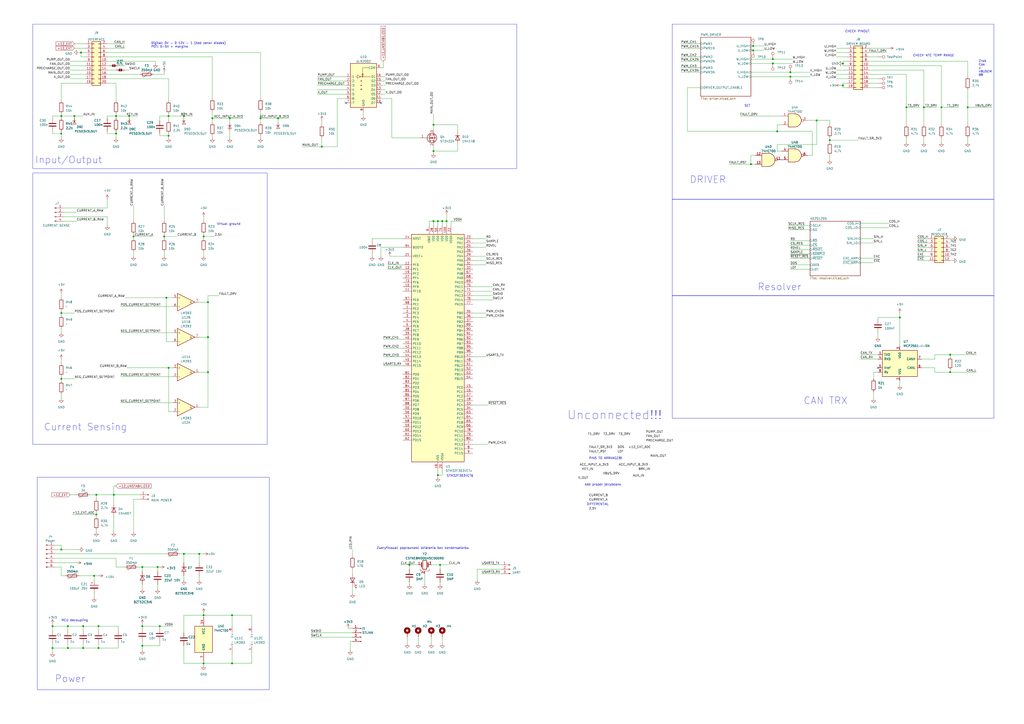
<source format=kicad_sch>
(kicad_sch (version 20230121) (generator eeschema)
  (paper "A2")
  (title_block (title "STM32 Inverter") (date "2023-05-12") (rev "A") (company "WZS") (comment 1 "Michał Zychla") (comment 2 "Krzysztof Nowak"))
  (junction (at 161.29 68.58))
  (junction (at 133.35 68.58))
  (junction (at 67.31 77.47))
  (junction (at 118.11 356.87))
  (junction (at 120.65 175.26))
  (junction (at 48.26 375.92))
  (junction (at 91.44 328.93))
  (junction (at 57.15 363.22))
  (junction (at 521.97 184.15))
  (junction (at 35.56 318.77))
  (junction (at 35.56 181.61))
  (junction (at 436.88 26.67))
  (junction (at 55.88 298.45))
  (junction (at 448.31 34.29))
  (junction (at 92.71 363.22))
  (junction (at 525.78 62.23))
  (junction (at 66.04 287.02))
  (junction (at 67.31 67.31))
  (junction (at 39.37 363.22))
  (junction (at 237.49 327.66))
  (junction (at 256.54 128.27))
  (junction (at 48.26 363.22))
  (junction (at 186.69 85.09))
  (junction (at 535.94 62.23))
  (junction (at 546.1 62.23))
  (junction (at 35.56 67.31))
  (junction (at 82.55 363.22))
  (junction (at 35.56 77.47))
  (junction (at 551.18 205.74))
  (junction (at 46.99 30.48))
  (junction (at 106.68 67.31))
  (junction (at 43.18 67.31))
  (junction (at 96.52 172.72))
  (junction (at 134.62 356.87))
  (junction (at 448.31 36.83))
  (junction (at 57.15 375.92))
  (junction (at 251.46 87.63))
  (junction (at 458.47 44.45))
  (junction (at 458.47 41.91))
  (junction (at 254 275.59))
  (junction (at 82.55 374.65))
  (junction (at 450.85 76.2))
  (junction (at 481.33 81.28))
  (junction (at 115.57 321.31))
  (junction (at 488.95 36.83))
  (junction (at 30.48 375.92))
  (junction (at 118.11 384.81))
  (junction (at 97.79 78.74))
  (junction (at 123.19 68.58))
  (junction (at 54.61 334.01))
  (junction (at 488.95 49.53))
  (junction (at 106.68 321.31))
  (junction (at 97.79 67.31))
  (junction (at 255.27 327.66))
  (junction (at 118.11 137.16))
  (junction (at 35.56 219.71))
  (junction (at 120.65 195.58))
  (junction (at 435.61 95.25))
  (junction (at 551.18 215.9))
  (junction (at 134.62 384.81))
  (junction (at 55.88 287.02))
  (junction (at 120.65 215.9))
  (junction (at 436.88 29.21))
  (junction (at 251.46 128.27))
  (junction (at 39.37 375.92))
  (junction (at 151.13 68.58))
  (junction (at 95.25 137.16))
  (junction (at 254 128.27))
  (junction (at 97.79 213.36))
  (junction (at 74.93 67.31))
  (junction (at 251.46 72.39))
  (junction (at 473.71 69.85))
  (junction (at 82.55 328.93))
  (junction (at 561.34 62.23))
  (junction (at 30.48 363.22))
  (junction (at 77.47 137.16))
  (junction (at 259.08 128.27))
  (no_connect (at 200.66 59.69))
  (no_connect (at 509.27 213.36))
  (no_connect (at 220.98 59.69))
  (wire (pts (xy 40.64 45.72) (xy 49.53 45.72)))
  (wire (pts (xy 68.58 38.1) (xy 72.39 38.1)))
  (wire (pts (xy 506.73 227.33) (xy 506.73 231.14)))
  (wire (pts (xy 485.14 45.72) (xy 491.49 45.72)))
  (wire (pts (xy 259.08 130.81) (xy 259.08 128.27)))
  (wire (pts (xy 251.46 87.63) (xy 251.46 85.09)))
  (wire (pts (xy 457.2 133.35) (xy 469.9 133.35)))
  (wire (pts (xy 471.17 90.17) (xy 468.63 90.17)))
  (wire (pts (xy 115.57 215.9) (xy 120.65 215.9)))
  (wire (pts (xy 95.25 119.38) (xy 95.25 128.27)))
  (wire (pts (xy 72.39 25.4) (xy 62.23 25.4)))
  (wire (pts (xy 532.13 148.59) (xy 538.48 148.59)))
  (wire (pts (xy 265.43 83.82) (xy 265.43 87.63)))
  (wire (pts (xy 254 128.27) (xy 254 130.81)))
  (wire (pts (xy 41.91 298.45) (xy 55.88 298.45)))
  (wire (pts (xy 118.11 135.89) (xy 118.11 137.16)))
  (wire (pts (xy 134.62 356.87) (xy 146.05 356.87)))
  (wire (pts (xy 485.14 40.64) (xy 491.49 40.64)))
  (wire (pts (xy 77.47 119.38) (xy 77.47 128.27)))
  (wire (pts (xy 81.28 289.56) (xy 77.47 289.56)))
  (wire (pts (xy 552.45 151.13) (xy 551.18 151.13)))
  (wire (pts (xy 151.13 68.58) (xy 161.29 68.58)))
  (wire (pts (xy 435.61 34.29) (xy 448.31 34.29)))
  (wire (pts (xy 506.73 219.71) (xy 506.73 215.9)))
  (wire (pts (xy 123.19 64.77) (xy 123.19 68.58)))
  (wire (pts (xy 35.56 170.18) (xy 35.56 172.72)))
  (wire (pts (xy 204.47 330.2) (xy 204.47 332.74)))
  (wire (pts (xy 39.37 373.38) (xy 39.37 375.92)))
  (wire (pts (xy 394.97 33.02) (xy 406.4 33.02)))
  (wire (pts (xy 256.54 128.27) (xy 256.54 130.81)))
  (wire (pts (xy 532.13 146.05) (xy 538.48 146.05)))
  (wire (pts (xy 48.26 363.22) (xy 57.15 363.22)))
  (wire (pts (xy 95.25 135.89) (xy 95.25 137.16)))
  (wire (pts (xy 255.27 327.66) (xy 260.35 327.66)))
  (wire (pts (xy 91.44 331.47) (xy 91.44 328.93)))
  (wire (pts (xy 161.29 71.12) (xy 161.29 68.58)))
  (wire (pts (xy 561.34 62.23) (xy 575.31 62.23)))
  (wire (pts (xy 35.56 218.44) (xy 35.56 219.71)))
  (wire (pts (xy 450.85 87.63) (xy 450.85 83.82)))
  (wire (pts (xy 394.97 41.91) (xy 406.4 41.91)))
  (wire (pts (xy 106.68 67.31) (xy 111.76 67.31)))
  (wire (pts (xy 226.06 148.59) (xy 233.68 148.59)))
  (wire (pts (xy 204.47 344.17) (xy 204.47 340.36)))
  (wire (pts (xy 223.52 44.45) (xy 220.98 44.45)))
  (wire (pts (xy 92.71 374.65) (xy 92.71 372.11)))
  (wire (pts (xy 521.97 220.98) (xy 521.97 223.52)))
  (wire (pts (xy 551.18 215.9) (xy 542.29 215.9)))
  (wire (pts (xy 40.64 35.56) (xy 49.53 35.56)))
  (wire (pts (xy 184.15 49.53) (xy 200.66 49.53)))
  (wire (pts (xy 274.32 166.37) (xy 285.75 166.37)))
  (wire (pts (xy 151.13 68.58) (xy 151.13 71.12)))
  (wire (pts (xy 97.79 78.74) (xy 97.79 77.47)))
  (wire (pts (xy 281.94 138.43) (xy 274.32 138.43)))
  (wire (pts (xy 43.18 68.58) (xy 43.18 67.31)))
  (wire (pts (xy 515.62 27.94) (xy 504.19 27.94)))
  (wire (pts (xy 521.97 181.61) (xy 521.97 184.15)))
  (wire (pts (xy 72.39 27.94) (xy 62.23 27.94)))
  (wire (pts (xy 254 275.59) (xy 254 273.05)))
  (wire (pts (xy 222.25 207.01) (xy 233.68 207.01)))
  (wire (pts (xy 485.14 27.94) (xy 491.49 27.94)))
  (wire (pts (xy 204.47 318.77) (xy 204.47 322.58)))
  (wire (pts (xy 488.95 36.83) (xy 488.95 38.1)))
  (wire (pts (xy 450.85 76.2) (xy 398.78 76.2)))
  (wire (pts (xy 67.31 48.26) (xy 67.31 58.42)))
  (wire (pts (xy 66.04 308.61) (xy 66.04 299.72)))
  (wire (pts (xy 118.11 386.08) (xy 118.11 384.81)))
  (wire (pts (xy 123.19 33.02) (xy 62.23 33.02)))
  (wire (pts (xy 261.62 128.27) (xy 261.62 130.81)))
  (wire (pts (xy 532.13 151.13) (xy 538.48 151.13)))
  (wire (pts (xy 232.41 327.66) (xy 237.49 327.66)))
  (wire (pts (xy 67.31 48.26) (xy 62.23 48.26)))
  (wire (pts (xy 551.18 205.74) (xy 551.18 207.01)))
  (wire (pts (xy 140.97 68.58) (xy 133.35 68.58)))
  (wire (pts (xy 68.58 375.92) (xy 68.58 373.38)))
  (wire (pts (xy 233.68 143.51) (xy 220.98 143.51)))
  (wire (pts (xy 180.34 367.03) (xy 204.47 367.03)))
  (wire (pts (xy 534.67 208.28) (xy 542.29 208.28)))
  (wire (pts (xy 561.34 52.07) (xy 561.34 62.23)))
  (wire (pts (xy 458.47 142.24) (xy 469.9 142.24)))
  (wire (pts (xy 525.78 80.01) (xy 525.78 82.55)))
  (wire (pts (xy 254 128.27) (xy 251.46 128.27)))
  (wire (pts (xy 62.23 38.1) (xy 63.5 38.1)))
  (wire (pts (xy 481.33 81.28) (xy 481.33 82.55)))
  (wire (pts (xy 180.34 369.57) (xy 204.47 369.57)))
  (wire (pts (xy 448.31 34.29) (xy 459.74 34.29)))
  (wire (pts (xy 543.56 62.23) (xy 535.94 62.23)))
  (wire (pts (xy 506.73 215.9) (xy 509.27 215.9)))
  (wire (pts (xy 227.33 80.01) (xy 227.33 57.15)))
  (wire (pts (xy 473.71 69.85) (xy 481.33 69.85)))
  (wire (pts (xy 82.55 328.93) (xy 80.01 328.93)))
  (wire (pts (xy 485.14 43.18) (xy 491.49 43.18)))
  (wire (pts (xy 72.39 172.72) (xy 96.52 172.72)))
  (wire (pts (xy 227.33 57.15) (xy 220.98 57.15)))
  (wire (pts (xy 215.9 139.7) (xy 215.9 138.43)))
  (wire (pts (xy 267.97 128.27) (xy 261.62 128.27)))
  (wire (pts (xy 35.56 48.26) (xy 49.53 48.26)))
  (wire (pts (xy 55.88 308.61) (xy 55.88 307.34)))
  (wire (pts (xy 100.33 218.44) (xy 69.85 218.44)))
  (wire (pts (xy 509.27 50.8) (xy 504.19 50.8)))
  (wire (pts (xy 115.57 336.55) (xy 115.57 334.01)))
  (wire (pts (xy 118.11 356.87) (xy 118.11 358.14)))
  (wire (pts (xy 281.94 184.15) (xy 274.32 184.15)))
  (wire (pts (xy 35.56 318.77) (xy 31.75 318.77)))
  (wire (pts (xy 458.47 144.78) (xy 469.9 144.78)))
  (wire (pts (xy 435.61 36.83) (xy 448.31 36.83)))
  (wire (pts (xy 102.87 137.16) (xy 95.25 137.16)))
  (wire (pts (xy 276.86 336.55) (xy 276.86 330.2)))
  (wire (pts (xy 31.75 328.93) (xy 35.56 328.93)))
  (wire (pts (xy 62.23 115.57) (xy 62.23 120.65)))
  (wire (pts (xy 57.15 375.92) (xy 57.15 373.38)))
  (wire (pts (xy 30.48 363.22) (xy 30.48 365.76)))
  (wire (pts (xy 254 276.86) (xy 254 275.59)))
  (wire (pts (xy 67.31 80.01) (xy 67.31 77.47)))
  (wire (pts (xy 67.31 328.93) (xy 67.31 323.85)))
  (wire (pts (xy 184.15 44.45) (xy 200.66 44.45)))
  (wire (pts (xy 95.25 148.59) (xy 95.25 146.05)))
  (wire (pts (xy 509.27 45.72) (xy 504.19 45.72)))
  (wire (pts (xy 499.11 208.28) (xy 509.27 208.28)))
  (wire (pts (xy 68.58 363.22) (xy 57.15 363.22)))
  (wire (pts (xy 82.55 364.49) (xy 82.55 363.22)))
  (wire (pts (xy 69.85 177.8) (xy 100.33 177.8)))
  (wire (pts (xy 242.57 373.38) (xy 242.57 369.57)))
  (wire (pts (xy 77.47 148.59) (xy 77.47 146.05)))
  (wire (pts (xy 40.64 287.02) (xy 44.45 287.02)))
  (wire (pts (xy 251.46 66.04) (xy 251.46 72.39)))
  (wire (pts (xy 55.88 287.02) (xy 66.04 287.02)))
  (wire (pts (xy 450.85 72.39) (xy 450.85 76.2)))
  (wire (pts (xy 62.23 125.73) (xy 36.83 125.73)))
  (wire (pts (xy 488.95 36.83) (xy 488.95 35.56)))
  (wire (pts (xy 499.11 205.74) (xy 509.27 205.74)))
  (wire (pts (xy 281.94 207.01) (xy 274.32 207.01)))
  (wire (pts (xy 100.33 213.36) (xy 97.79 213.36)))
  (wire (pts (xy 222.25 196.85) (xy 233.68 196.85)))
  (wire (pts (xy 488.95 35.56) (xy 491.49 35.56)))
  (wire (pts (xy 551.18 214.63) (xy 551.18 215.9)))
  (wire (pts (xy 62.23 67.31) (xy 67.31 67.31)))
  (wire (pts (xy 283.21 234.95) (xy 274.32 234.95)))
  (wire (pts (xy 265.43 72.39) (xy 265.43 76.2)))
  (wire (pts (xy 398.78 50.8) (xy 406.4 50.8)))
  (wire (pts (xy 151.13 80.01) (xy 151.13 78.74)))
  (wire (pts (xy 82.55 374.65) (xy 92.71 374.65)))
  (wire (pts (xy 546.1 38.1) (xy 546.1 62.23)))
  (wire (pts (xy 215.9 138.43) (xy 233.68 138.43)))
  (wire (pts (xy 184.15 52.07) (xy 200.66 52.07)))
  (wire (pts (xy 39.37 375.92) (xy 48.26 375.92)))
  (wire (pts (xy 237.49 339.09) (xy 237.49 337.82)))
  (wire (pts (xy 120.65 175.26) (xy 120.65 195.58)))
  (wire (pts (xy 499.11 129.54) (xy 515.62 129.54)))
  (wire (pts (xy 274.32 173.99) (xy 285.75 173.99)))
  (wire (pts (xy 46.99 33.02) (xy 49.53 33.02)))
  (wire (pts (xy 67.31 67.31) (xy 67.31 68.58)))
  (wire (pts (xy 274.32 168.91) (xy 285.75 168.91)))
  (wire (pts (xy 91.44 339.09) (xy 91.44 341.63)))
  (wire (pts (xy 118.11 148.59) (xy 118.11 146.05)))
  (wire (pts (xy 546.1 80.01) (xy 546.1 82.55)))
  (wire (pts (xy 499.11 138.43) (xy 506.73 138.43)))
  (wire (pts (xy 471.17 76.2) (xy 471.17 90.17)))
  (wire (pts (xy 35.56 334.01) (xy 35.56 328.93)))
  (wire (pts (xy 35.56 318.77) (xy 45.72 318.77)))
  (wire (pts (xy 435.61 41.91) (xy 458.47 41.91)))
  (wire (pts (xy 457.2 130.81) (xy 469.9 130.81)))
  (wire (pts (xy 281.94 143.51) (xy 274.32 143.51)))
  (wire (pts (xy 450.85 83.82) (xy 473.71 83.82)))
  (wire (pts (xy 62.23 125.73) (xy 62.23 130.81)))
  (wire (pts (xy 52.07 287.02) (xy 55.88 287.02)))
  (wire (pts (xy 74.93 67.31) (xy 67.31 67.31)))
  (wire (pts (xy 276.86 330.2) (xy 290.83 330.2)))
  (wire (pts (xy 77.47 137.16) (xy 77.47 138.43)))
  (wire (pts (xy 203.2 372.11) (xy 204.47 372.11)))
  (wire (pts (xy 487.68 49.53) (xy 488.95 49.53)))
  (wire (pts (xy 55.88 298.45) (xy 55.88 299.72)))
  (wire (pts (xy 265.43 87.63) (xy 251.46 87.63)))
  (wire (pts (xy 488.95 48.26) (xy 491.49 48.26)))
  (wire (pts (xy 82.55 331.47) (xy 82.55 328.93)))
  (wire (pts (xy 97.79 67.31) (xy 97.79 69.85)))
  (wire (pts (xy 67.31 66.04) (xy 67.31 67.31)))
  (wire (pts (xy 222.25 35.56) (xy 222.25 39.37)))
  (wire (pts (xy 35.56 316.23) (xy 35.56 318.77)))
  (wire (pts (xy 106.68 68.58) (xy 106.68 67.31)))
  (wire (pts (xy 458.47 156.21) (xy 469.9 156.21)))
  (wire (pts (xy 450.85 76.2) (xy 471.17 76.2)))
  (wire (pts (xy 398.78 76.2) (xy 398.78 50.8)))
  (wire (pts (xy 435.61 29.21) (xy 436.88 29.21)))
  (wire (pts (xy 186.69 69.85) (xy 186.69 72.39)))
  (wire (pts (xy 521.97 184.15) (xy 509.27 184.15)))
  (wire (pts (xy 36.83 128.27) (xy 44.45 128.27)))
  (wire (pts (xy 92.71 77.47) (xy 92.71 78.74)))
  (wire (pts (xy 55.88 297.18) (xy 55.88 298.45)))
  (wire (pts (xy 30.48 375.92) (xy 39.37 375.92)))
  (wire (pts (xy 283.21 257.81) (xy 274.32 257.81)))
  (wire (pts (xy 120.65 195.58) (xy 120.65 215.9)))
  (wire (pts (xy 46.99 33.02) (xy 46.99 30.48)))
  (wire (pts (xy 35.56 181.61) (xy 35.56 182.88)))
  (wire (pts (xy 210.82 64.77) (xy 210.82 67.31)))
  (wire (pts (xy 246.38 332.74) (xy 246.38 339.09)))
  (wire (pts (xy 458.47 44.45) (xy 469.9 44.45)))
  (wire (pts (xy 201.93 364.49) (xy 204.47 364.49)))
  (wire (pts (xy 67.31 323.85) (xy 31.75 323.85)))
  (wire (pts (xy 535.94 62.23) (xy 535.94 72.39)))
  (wire (pts (xy 123.19 80.01) (xy 123.19 78.74)))
  (wire (pts (xy 485.14 30.48) (xy 491.49 30.48)))
  (wire (pts (xy 106.68 321.31) (xy 115.57 321.31)))
  (wire (pts (xy 55.88 289.56) (xy 55.88 287.02)))
  (wire (pts (xy 69.85 193.04) (xy 100.33 193.04)))
  (wire (pts (xy 62.23 67.31) (xy 62.23 68.58)))
  (wire (pts (xy 243.84 80.01) (xy 227.33 80.01)))
  (wire (pts (xy 552.45 138.43) (xy 551.18 138.43)))
  (wire (pts (xy 473.71 69.85) (xy 473.71 83.82)))
  (wire (pts (xy 546.1 62.23) (xy 546.1 72.39)))
  (wire (pts (xy 436.88 26.67) (xy 443.23 26.67)))
  (wire (pts (xy 504.19 40.64) (xy 535.94 40.64)))
  (wire (pts (xy 118.11 137.16) (xy 124.46 137.16)))
  (wire (pts (xy 184.15 54.61) (xy 200.66 54.61)))
  (wire (pts (xy 40.64 43.18) (xy 49.53 43.18)))
  (wire (pts (xy 504.19 43.18) (xy 525.78 43.18)))
  (wire (pts (xy 62.23 77.47) (xy 67.31 77.47)))
  (wire (pts (xy 30.48 373.38) (xy 30.48 375.92)))
  (wire (pts (xy 556.26 62.23) (xy 546.1 62.23)))
  (wire (pts (xy 161.29 68.58) (xy 167.64 68.58)))
  (wire (pts (xy 30.48 77.47) (xy 35.56 77.47)))
  (wire (pts (xy 509.27 33.02) (xy 504.19 33.02)))
  (wire (pts (xy 259.08 128.27) (xy 256.54 128.27)))
  (wire (pts (xy 509.27 184.15) (xy 509.27 185.42)))
  (wire (pts (xy 48.26 375.92) (xy 57.15 375.92)))
  (wire (pts (xy 38.1 334.01) (xy 35.56 334.01)))
  (wire (pts (xy 281.94 153.67) (xy 274.32 153.67)))
  (wire (pts (xy 281.94 181.61) (xy 274.32 181.61)))
  (wire (pts (xy 438.15 90.17) (xy 435.61 90.17)))
  (wire (pts (xy 30.48 361.95) (xy 30.48 363.22)))
  (wire (pts (xy 104.14 321.31) (xy 106.68 321.31)))
  (wire (pts (xy 67.31 77.47) (xy 67.31 76.2)))
  (wire (pts (xy 106.68 356.87) (xy 118.11 356.87)))
  (wire (pts (xy 66.04 292.1) (xy 66.04 287.02)))
  (wire (pts (xy 39.37 363.22) (xy 48.26 363.22)))
  (wire (pts (xy 90.17 35.56) (xy 62.23 35.56)))
  (wire (pts (xy 485.14 33.02) (xy 491.49 33.02)))
  (wire (pts (xy 31.75 316.23) (xy 35.56 316.23)))
  (wire (pts (xy 66.04 281.94) (xy 66.04 287.02)))
  (wire (pts (xy 499.11 149.86) (xy 506.73 149.86)))
  (wire (pts (xy 481.33 81.28) (xy 481.33 80.01)))
  (wire (pts (xy 91.44 328.93) (xy 82.55 328.93)))
  (wire (pts (xy 184.15 46.99) (xy 200.66 46.99)))
  (wire (pts (xy 77.47 137.16) (xy 88.9 137.16)))
  (wire (pts (xy 175.26 85.09) (xy 186.69 85.09)))
  (wire (pts (xy 488.95 38.1) (xy 491.49 38.1)))
  (wire (pts (xy 30.48 378.46) (xy 30.48 375.92)))
  (wire (pts (xy 223.52 54.61) (xy 220.98 54.61)))
  (wire (pts (xy 448.31 36.83) (xy 459.74 36.83)))
  (wire (pts (xy 151.13 64.77) (xy 151.13 68.58)))
  (wire (pts (xy 82.55 363.22) (xy 92.71 363.22)))
  (wire (pts (xy 236.22 373.38) (xy 236.22 369.57)))
  (wire (pts (xy 215.9 148.59) (xy 215.9 147.32)))
  (wire (pts (xy 77.47 289.56) (xy 77.47 308.61)))
  (wire (pts (xy 39.37 363.22) (xy 39.37 365.76)))
  (wire (pts (xy 118.11 125.73) (xy 118.11 128.27)))
  (wire (pts (xy 535.94 80.01) (xy 535.94 82.55)))
  (wire (pts (xy 133.35 68.58) (xy 123.19 68.58)))
  (wire (pts (xy 97.79 213.36) (xy 97.79 238.76)))
  (wire (pts (xy 134.62 356.87) (xy 118.11 356.87)))
  (wire (pts (xy 203.2 377.19) (xy 203.2 372.11)))
  (wire (pts (xy 251.46 72.39) (xy 265.43 72.39)))
  (wire (pts (xy 43.18 27.94) (xy 49.53 27.94)))
  (wire (pts (xy 118.11 384.81) (xy 106.68 384.81)))
  (wire (pts (xy 73.66 213.36) (xy 97.79 213.36)))
  (wire (pts (xy 92.71 78.74) (xy 97.79 78.74)))
  (wire (pts (xy 250.19 373.38) (xy 250.19 369.57)))
  (wire (pts (xy 30.48 363.22) (xy 39.37 363.22)))
  (wire (pts (xy 224.79 156.21) (xy 233.68 156.21)))
  (wire (pts (xy 35.56 77.47) (xy 35.56 76.2)))
  (wire (pts (xy 54.61 334.01) (xy 57.15 334.01)))
  (wire (pts (xy 468.63 69.85) (xy 473.71 69.85)))
  (wire (pts (xy 274.32 171.45) (xy 285.75 171.45)))
  (wire (pts (xy 256.54 373.38) (xy 256.54 369.57)))
  (wire (pts (xy 481.33 90.17) (xy 481.33 92.71)))
  (wire (pts (xy 35.56 181.61) (xy 43.18 181.61)))
  (wire (pts (xy 115.57 175.26) (xy 120.65 175.26)))
  (wire (pts (xy 96.52 172.72) (xy 96.52 198.12)))
  (wire (pts (xy 220.98 143.51) (xy 220.98 148.59)))
  (wire (pts (xy 54.61 336.55) (xy 54.61 334.01)))
  (wire (pts (xy 97.79 238.76) (xy 100.33 238.76)))
  (wire (pts (xy 123.19 33.02) (xy 123.19 57.15)))
  (wire (pts (xy 82.55 372.11) (xy 82.55 374.65)))
  (wire (pts (xy 106.68 326.39) (xy 106.68 321.31)))
  (wire (pts (xy 542.29 215.9) (xy 542.29 213.36)))
  (wire (pts (xy 35.56 190.5) (xy 35.56 193.04)))
  (wire (pts (xy 35.56 219.71) (xy 35.56 220.98)))
  (wire (pts (xy 97.79 66.04) (xy 97.79 67.31)))
  (wire (pts (xy 499.11 140.97) (xy 506.73 140.97)))
  (wire (pts (xy 44.45 123.19) (xy 36.83 123.19)))
  (wire (pts (xy 509.27 48.26) (xy 504.19 48.26)))
  (wire (pts (xy 481.33 69.85) (xy 481.33 72.39)))
  (wire (pts (xy 429.26 67.31) (xy 453.39 67.31)))
  (wire (pts (xy 394.97 39.37) (xy 406.4 39.37)))
  (wire (pts (xy 251.46 128.27) (xy 251.46 130.81)))
  (wire (pts (xy 96.52 198.12) (xy 100.33 198.12)))
  (wire (pts (xy 146.05 378.46) (xy 146.05 384.81)))
  (wire (pts (xy 92.71 363.22) (xy 92.71 364.49)))
  (wire (pts (xy 435.61 95.25) (xy 438.15 95.25)))
  (wire (pts (xy 133.35 80.01) (xy 133.35 76.2)))
  (wire (pts (xy 35.56 219.71) (xy 43.18 219.71)))
  (wire (pts (xy 120.65 215.9) (xy 120.65 236.22)))
  (wire (pts (xy 133.35 71.12) (xy 133.35 68.58)))
  (wire (pts (xy 458.47 139.7) (xy 469.9 139.7)))
  (wire (pts (xy 394.97 35.56) (xy 406.4 35.56)))
  (wire (pts (xy 481.33 81.28) (xy 497.84 81.28)))
  (wire (pts (xy 561.34 35.56) (xy 561.34 44.45)))
  (wire (pts (xy 458.47 153.67) (xy 469.9 153.67)))
  (wire (pts (xy 97.79 67.31) (xy 106.68 67.31)))
  (wire (pts (xy 255.27 339.09) (xy 255.27 337.82)))
  (wire (pts (xy 115.57 321.31) (xy 118.11 321.31)))
  (wire (pts (xy 115.57 195.58) (xy 120.65 195.58)))
  (wire (pts (xy 394.97 25.4) (xy 406.4 25.4)))
  (wire (pts (xy 521.97 200.66) (xy 521.97 184.15)))
  (wire (pts (xy 54.61 344.17) (xy 54.61 346.71)))
  (wire (pts (xy 254 275.59) (xy 256.54 275.59)))
  (wire (pts (xy 256.54 128.27) (xy 254 128.27)))
  (wire (pts (xy 237.49 327.66) (xy 242.57 327.66)))
  (wire (pts (xy 223.52 46.99) (xy 220.98 46.99)))
  (wire (pts (xy 62.23 76.2) (xy 62.23 77.47)))
  (wire (pts (xy 422.91 95.25) (xy 435.61 95.25)))
  (wire (pts (xy 561.34 35.56) (xy 504.19 35.56)))
  (wire (pts (xy 88.9 43.18) (xy 95.25 43.18)))
  (wire (pts (xy 120.65 175.26) (xy 120.65 171.45)))
  (wire (pts (xy 458.47 41.91) (xy 469.9 41.91)))
  (wire (pts (xy 118.11 384.81) (xy 118.11 383.54)))
  (wire (pts (xy 72.39 328.93) (xy 67.31 328.93)))
  (wire (pts (xy 69.85 233.68) (xy 100.33 233.68)))
  (wire (pts (xy 525.78 43.18) (xy 525.78 62.23)))
  (wire (pts (xy 488.95 50.8) (xy 488.95 49.53)))
  (wire (pts (xy 533.4 62.23) (xy 525.78 62.23)))
  (wire (pts (xy 281.94 140.97) (xy 274.32 140.97)))
  (wire (pts (xy 118.11 355.6) (xy 118.11 356.87)))
  (wire (pts (xy 499.11 132.08) (xy 515.62 132.08)))
  (wire (pts (xy 74.93 68.58) (xy 74.93 67.31)))
  (wire (pts (xy 525.78 62.23) (xy 525.78 72.39)))
  (wire (pts (xy 95.25 41.91) (xy 95.25 43.18)))
  (wire (pts (xy 30.48 76.2) (xy 30.48 77.47)))
  (wire (pts (xy 436.88 29.21) (xy 443.23 29.21)))
  (wire (pts (xy 40.64 40.64) (xy 49.53 40.64)))
  (wire (pts (xy 82.55 361.95) (xy 82.55 363.22)))
  (wire (pts (xy 35.56 180.34) (xy 35.56 181.61)))
  (wire (pts (xy 200.66 57.15) (xy 195.58 57.15)))
  (wire (pts (xy 186.69 80.01) (xy 186.69 85.09)))
  (wire (pts (xy 248.92 130.81) (xy 248.92 128.27)))
  (wire (pts (xy 97.79 80.01) (xy 97.79 78.74)))
  (wire (pts (xy 43.18 67.31) (xy 35.56 67.31)))
  (wire (pts (xy 458.47 147.32) (xy 469.9 147.32)))
  (wire (pts (xy 80.01 67.31) (xy 74.93 67.31)))
  (wire (pts (xy 561.34 80.01) (xy 561.34 82.55)))
  (wire (pts (xy 57.15 363.22) (xy 57.15 365.76)))
  (wire (pts (xy 458.47 149.86) (xy 469.9 149.86)))
  (wire (pts (xy 118.11 384.81) (xy 134.62 384.81)))
  (wire (pts (xy 90.17 36.83) (xy 90.17 35.56)))
  (wire (pts (xy 66.04 287.02) (xy 81.28 287.02)))
  (wire (pts (xy 82.55 341.63) (xy 82.55 339.09)))
  (wire (pts (xy 134.62 384.81) (xy 146.05 384.81)))
  (wire (pts (xy 509.27 193.04) (xy 509.27 195.58)))
  (wire (pts (xy 62.23 120.65) (xy 36.83 120.65)))
  (wire (pts (xy 68.58 365.76) (xy 68.58 363.22)))
  (wire (pts (xy 532.13 138.43) (xy 538.48 138.43)))
  (wire (pts (xy 514.35 30.48) (xy 504.19 30.48)))
  (wire (pts (xy 72.39 40.64) (xy 74.93 40.64)))
  (wire (pts (xy 222.25 201.93) (xy 233.68 201.93)))
  (wire (pts (xy 222.25 212.09) (xy 233.68 212.09)))
  (wire (pts (xy 453.39 72.39) (xy 450.85 72.39)))
  (wire (pts (xy 100.33 172.72) (xy 96.52 172.72)))
  (wire (pts (xy 106.68 336.55) (xy 106.68 334.01)))
  (wire (pts (xy 259.08 124.46) (xy 259.08 128.27)))
  (wire (pts (xy 542.29 208.28) (xy 542.29 205.74)))
  (wire (pts (xy 488.95 49.53) (xy 488.95 48.26)))
  (wire (pts (xy 542.29 213.36) (xy 534.67 213.36)))
  (wire (pts (xy 551.18 215.9) (xy 566.42 215.9)))
  (wire (pts (xy 251.46 88.9) (xy 251.46 87.63)))
  (wire (pts (xy 223.52 52.07) (xy 220.98 52.07)))
  (wire (pts (xy 504.19 38.1) (xy 546.1 38.1)))
  (wire (pts (xy 250.19 327.66) (xy 255.27 327.66)))
  (wire (pts (xy 186.69 85.09) (xy 195.58 85.09)))
  (wire (pts (xy 30.48 67.31) (xy 35.56 67.31)))
  (wire (pts (xy 43.18 25.4) (xy 49.53 25.4)))
  (wire (pts (xy 195.58 57.15) (xy 195.58 85.09)))
  (wire (pts (xy 35.56 80.01) (xy 35.56 77.47)))
  (wire (pts (xy 77.47 135.89) (xy 77.47 137.16)))
  (wire (pts (xy 106.68 367.03) (xy 106.68 356.87)))
  (wire (pts (xy 237.49 330.2) (xy 237.49 327.66)))
  (wire (pts (xy 67.31 281.94) (xy 66.04 281.94)))
  (wire (pts (xy 255.27 330.2) (xy 255.27 327.66)))
  (wire (pts (xy 118.11 137.16) (xy 118.11 138.43)))
  (wire (pts (xy 279.4 332.74) (xy 290.83 332.74)))
  (wire (pts (xy 535.94 40.64) (xy 535.94 62.23)))
  (wire (pts (xy 224.79 153.67) (xy 233.68 153.67)))
  (wire (pts (xy 561.34 62.23) (xy 561.34 72.39)))
  (wire (pts (xy 92.71 69.85) (xy 92.71 67.31)))
  (wire (pts (xy 435.61 26.67) (xy 436.88 26.67)))
  (wire (pts (xy 551.18 205.74) (xy 566.42 205.74)))
  (wire (pts (xy 35.56 48.26) (xy 35.56 58.42)))
  (wire (pts (xy 97.79 45.72) (xy 97.79 58.42)))
  (wire (pts (xy 92.71 328.93) (xy 91.44 328.93)))
  (wire (pts (xy 35.56 66.04) (xy 35.56 67.31)))
  (wire (pts (xy 256.54 275.59) (xy 256.54 273.05)))
  (wire (pts (xy 134.62 378.46) (xy 134.62 384.81)))
  (wire (pts (xy 115.57 326.39) (xy 115.57 321.31)))
  (wire (pts (xy 45.72 334.01) (xy 54.61 334.01)))
  (wire (pts (xy 48.26 363.22) (xy 48.26 365.76)))
  (wire (pts (xy 45.72 30.48) (xy 46.99 30.48)))
  (wire (pts (xy 251.46 72.39) (xy 251.46 74.93)))
  (wire (pts (xy 281.94 148.59) (xy 274.32 148.59)))
  (wire (pts (xy 35.56 208.28) (xy 35.56 210.82)))
  (wire (pts (xy 279.4 327.66) (xy 290.83 327.66)))
  (wire (pts (xy 542.29 205.74) (xy 551.18 205.74)))
  (wire (pts (xy 35.56 228.6) (xy 35.56 231.14)))
  (wire (pts (xy 281.94 151.13) (xy 274.32 151.13)))
  (wire (pts (xy 248.92 128.27) (xy 251.46 128.27)))
  (wire (pts (xy 435.61 90.17) (xy 435.61 95.25)))
  (wire (pts (xy 40.64 38.1) (xy 49.53 38.1)))
  (wire (pts (xy 57.15 375.92) (xy 68.58 375.92)))
  (wire (pts (xy 123.19 68.58) (xy 123.19 71.12)))
  (wire (pts (xy 31.75 321.31) (xy 96.52 321.31)))
  (wire (pts (xy 120.65 236.22) (xy 115.57 236.22)))
  (wire (pts (xy 46.99 30.48) (xy 49.53 30.48)))
  (wire (pts (xy 453.39 87.63) (xy 450.85 87.63)))
  (wire (pts (xy 97.79 45.72) (xy 62.23 45.72)))
  (wire (pts (xy 146.05 356.87) (xy 146.05 363.22)))
  (wire (pts (xy 435.61 44.45) (xy 458.47 44.45)))
  (wire (pts (xy 81.28 43.18) (xy 62.23 43.18)))
  (wire (pts (xy 35.56 67.31) (xy 35.56 68.58)))
  (wire (pts (xy 31.75 326.39) (xy 44.45 326.39)))
  (wire (pts (xy 151.13 30.48) (xy 62.23 30.48)))
  (wire (pts (xy 134.62 363.22) (xy 134.62 356.87)))
  (wire (pts (xy 48.26 67.31) (xy 43.18 67.31)))
  (wire (pts (xy 82.55 377.19) (xy 82.55 374.65)))
  (wire (pts (xy 222.25 39.37) (xy 220.98 39.37)))
  (wire (pts (xy 532.13 140.97) (xy 538.48 140.97)))
  (wire (pts (xy 499.11 152.4) (xy 506.73 152.4)))
  (wire (pts (xy 95.25 137.16) (xy 95.25 138.43)))
  (wire (pts (xy 92.71 67.31) (xy 97.79 67.31)))
  (wire (pts (xy 120.65 171.45) (xy 127 171.45)))
  (wire (pts (xy 106.68 384.81) (xy 106.68 374.65)))
  (wire (pts (xy 48.26 373.38) (xy 48.26 375.92)))
  (wire (pts (xy 223.52 49.53) (xy 220.98 49.53)))
  (wire (pts (xy 491.49 50.8) (xy 488.95 50.8)))
  (wire (pts (xy 394.97 27.94) (xy 406.4 27.94)))
  (wire (pts (xy 532.13 143.51) (xy 538.48 143.51)))
  (wire (pts (xy 30.48 67.31) (xy 30.48 68.58)))
  (wire (pts (xy 62.23 40.64) (xy 67.31 40.64)))
  (wire (pts (xy 151.13 30.48) (xy 151.13 57.15)))
  (wire (pts (xy 92.71 363.22) (xy 100.33 363.22)))
  (rectangle (start 389.89 13.97) (end 576.58 115.57))
  (rectangle (start 21.59 276.86) (end 156.21 400.05))
  (rectangle (start 19.05 13.97) (end 299.72 97.79))
  (rectangle (start 389.89 171.45) (end 576.58 242.57))
  (rectangle (start 389.89 115.57) (end 576.58 171.45))
  (rectangle (start 19.05 100.33) (end 154.94 257.81))
  (text "DRIVER" (at 400.05 106.68 0) (effects (font (size 4 4)) (justify left bottom)))
  (text "CHECK PINOUT\n" (at 490.22 19.05 0) (effects (font (size 1.27 1.27)) (justify left bottom)))
  (text "STM32F303VCT6" (at 259.08 276.86 0) (effects (font (size 1.27 1.27)) (justify left bottom)))
  (text "Zweryfikować poprawność działania bez kondensatorów" (at 218.44 318.77 0) (effects (font (size 1.27 1.27)) (justify left bottom)))
  (text "CAN TRX\n" (at 466.09 234.95 0) (effects (font (size 4 4)) (justify left bottom)))
  (text "DIFFERENTIAL" (at 340.36 293.37 0) (effects (font (size 1.27 1.27)) (justify left bottom)))
  (text "Virtual ground\n" (at 125.73 130.81 0) (effects (font (size 1.27 1.27)) (justify left bottom)))
  (text "PINS TO ARRANGE!!!" (at 341.63 266.7 0) (effects (font (size 1.27 1.27)) (justify left bottom)))
  (text "Input/Output" (at 20.32 95.25 0) (effects (font (size 4 4)) (justify left bottom)))
  (text "MCU decoupling\n" (at 35.56 360.68 0) (effects (font (size 1.27 1.27)) (justify left bottom)))
  (text "Unconnected!!!" (at 328.93 243.84 0) (effects (font (size 5 5)) (justify left bottom)))
  (text "Digital: 0V - 0 12V - 1 (Add zener diodes)\nPOT: 0-5V + margins" (at 87.63 27.94 0) (effects (font (size 1.27 1.27)) (justify left bottom)))
  (text "Resolver" (at 439.42 168.91 0) (effects (font (size 4 4)) (justify left bottom)))
  (text "Current Sensing" (at 25.4 250.19 0) (effects (font (size 4 4)) (justify left bottom)))
  (text "Zrob\nCos\nz\nVBUSEM\n!!!!" (at 567.69 44.45 0) (effects (font (size 1.27 1.27)) (justify left bottom)))
  (text "CHECK NTC TEMP RANGE" (at 529.59 33.02 0) (effects (font (size 1.27 1.27)) (justify left bottom)))
  (text "SET\n" (at 431.8 62.23 0) (effects (font (size 1.27 1.27)) (justify left bottom)))
  (text "Power" (at 31.75 396.24 0) (effects (font (size 4 4)) (justify left bottom)))
  (text "Add proper jellybeans" (at 339.09 281.94 0) (effects (font (size 1.27 1.27)) (justify left bottom)))
  (label "SCLK_RES" (at 281.94 151.13 0))
  (label "COS_L" (at 532.13 140.97 0))
  (label "CAN_TX" (at 285.75 168.91 0))
  (label "CLK_OUT" (at 224.79 156.21 0))
  (label "X_OUT_OD" (at 40.64 45.72 180))
  (label "PWM_CH1" (at 222.25 196.85 0))
  (label "SWCLK" (at 285.75 173.99 0))
  (label "PWM_CH3N" (at 394.97 41.91 0))
  (label "SAMPLE" (at 281.94 140.97 0))
  (label "MAIN_OUT_OD" (at 40.64 43.18 180))
  (label "V_HIGH" (at 469.9 41.91 0))
  (label "W_LOW" (at 459.74 36.83 0))
  (label "EXC" (at 506.73 149.86 0))
  (label "+12_EXT_ADC" (at 364.49 260.35 0))
  (label "COS_H" (at 532.13 138.43 0))
  (label "SWDIO" (at 180.34 367.03 0))
  (label "T3_DRV" (at 365.76 252.73 180))
  (label "TG1" (at 551.18 140.97 0))
  (label "RD" (at 458.47 139.7 0))
  (label "FAULT_DRV" (at 429.26 67.31 0))
  (label "CAN_H" (at 566.42 205.74 180))
  (label "W_HIGH" (at 459.74 34.29 0))
  (label "SWDIO" (at 72.39 38.1 0))
  (label "USART3_TX" (at 281.94 207.01 0))
  (label "T3_DRV" (at 533.4 62.23 180))
  (label "DOS" (at 358.14 260.35 0))
  (label "CURRENT_B" (at 102.87 137.16 0))
  (label "KEY_IN" (at 80.01 67.31 180))
  (label "PWM_CH1" (at 394.97 25.4 0))
  (label "T1_DRV" (at 347.98 252.73 180))
  (label "CAN_RX" (at 499.11 208.28 0))
  (label "TH1" (at 551.18 143.51 0))
  (label "PWM_CH1N" (at 283.21 257.81 0))
  (label "FAN_OUT_OD" (at 223.52 46.99 0))
  (label "FAULT_SR_3V3" (at 497.84 81.28 0))
  (label "LOT" (at 358.14 262.89 0))
  (label "PWM_CH2N" (at 394.97 35.56 0))
  (label "V_HIGH" (at 485.14 33.02 180))
  (label "CAN_H" (at 72.39 25.4 180))
  (label "SIN_H" (at 506.73 138.43 0))
  (label "SIN_L" (at 506.73 140.97 0))
  (label "PWM_CH3N" (at 281.94 184.15 0))
  (label "PRECHARGE_OUT_OD" (at 40.64 40.64 180))
  (label "LED_PIN" (at 204.47 318.77 90))
  (label "2.5V" (at 341.63 295.91 0))
  (label "CURRENT_A_RAW" (at 72.39 172.72 180))
  (label "VBUS_DRV" (at 359.41 275.59 180))
  (label "FAULT_RST" (at 422.91 95.25 0))
  (label "RDVEL" (at 281.94 143.51 0))
  (label "PWM_CH1N" (at 394.97 27.94 0))
  (label "PWM_CH3" (at 222.25 207.01 0))
  (label "TH2" (at 551.18 148.59 0))
  (label "2.5V" (at 124.46 137.16 0))
  (label "CAN_TX" (at 499.11 205.74 0))
  (label "SCLK_RES" (at 457.2 130.81 0))
  (label "CLK_OUT" (at 232.41 327.66 0))
  (label "CAN_L" (at 72.39 27.94 180))
  (label "SIN_L" (at 532.13 146.05 0))
  (label "COS_H" (at 515.62 129.54 0))
  (label "PWM_CH2N" (at 281.94 181.61 0))
  (label "AUX_IN" (at 367.03 276.86 0))
  (label "~{RESET_RES}" (at 283.21 234.95 0))
  (label "FAULT_DRV" (at 514.35 30.48 180))
  (label "NEG_CURRENT_SETPOINT" (at 69.85 193.04 0))
  (label "V_LOW" (at 485.14 45.72 180))
  (label "VDDA" (at 267.97 128.27 180))
  (label "NEG_CURRENT_SETPOINT" (at 69.85 233.68 0))
  (label "PRECHARGE_OUT" (at 184.15 49.53 0))
  (label "PWM_CH3" (at 394.97 39.37 0))
  (label "W_LOW" (at 485.14 43.18 180))
  (label "U_LOW" (at 485.14 40.64 180))
  (label "FAULT_RST" (at 341.63 262.89 0))
  (label "+12_EXT_ADC" (at 41.91 298.45 0))
  (label "T1_DRV" (at 556.26 62.23 180))
  (label "SAMPLE" (at 458.47 147.32 0))
  (label "FAN_OUT" (at 374.65 254 0))
  (label "T2_DRV" (at 356.87 252.73 180))
  (label "SWCLK" (at 180.34 369.57 0))
  (label "BRK_IN" (at 377.19 273.05 180))
  (label "BRK_IN" (at 111.76 67.31 180))
  (label "T2_DRV" (at 543.56 62.23 180))
  (label "FAN_OUT" (at 184.15 46.99 0))
  (label "POS_CURRENT_SETPOINT" (at 69.85 218.44 0))
  (label "COS_L" (at 515.62 132.08 0))
  (label "~{EXC}" (at 532.13 151.13 0))
  (label "X_OUT_OD" (at 223.52 54.61 0))
  (label "VDDA" (at 100.33 363.22 180))
  (label "ACC_INPUT_A_3V3" (at 140.97 68.58 180))
  (label "NEG_CURRENT_SETPOINT" (at 43.18 219.71 0))
  (label "DOS" (at 458.47 153.67 0))
  (label "U_LOW" (at 443.23 29.21 0))
  (label "U_HIGH" (at 443.23 26.67 0))
  (label "CS_RES" (at 458.47 142.24 0))
  (label "RD" (at 281.94 138.43 0))
  (label "ACC_INPUT_B_3V3" (at 375.92 270.51 180))
  (label "SWDIO" (at 285.75 171.45 0))
  (label "MAIN_OUT" (at 175.26 85.09 0))
  (label "PUMP_OUT_OD" (at 40.64 35.56 180))
  (label "CURRENT_A_RAW" (at 44.45 123.19 0))
  (label "CURRENT_A" (at 341.63 290.83 0))
  (label "PRECHARGE_OUT" (at 374.65 256.54 0))
  (label "CURRENT_A" (at 88.9 137.16 180))
  (label "MAIN_OUT_OD" (at 251.46 66.04 90))
  (label "USART3_TX" (at 279.4 327.66 0))
  (label "~{RESET_RES}" (at 458.47 149.86 0))
  (label "CLK_IN" (at 260.35 327.66 0))
  (label "FAN_OUT_OD" (at 40.64 38.1 180))
  (label "V_LOW" (at 469.9 44.45 0))
  (label "EXC" (at 532.13 148.59 0))
  (label "POS_CURRENT_SETPOINT" (at 43.18 181.61 0))
  (label "MISO_RES" (at 457.2 133.35 0))
  (label "CURRENT_B_RAW" (at 44.45 128.27 0))
  (label "AUX_IN" (at 48.26 67.31 0))
  (label "CAN_L" (at 566.42 215.9 180))
  (label "PUMP_OUT" (at 374.65 251.46 0))
  (label "~{EXC}" (at 506.73 152.4 0))
  (label "KEY_IN" (at 344.17 273.05 180))
  (label "PWM_CH2" (at 394.97 33.02 0))
  (label "W_HIGH" (at 485.14 30.48 180))
  (label "X_OUT" (at 335.28 278.13 0))
  (label "CURRENT_A_RAW" (at 77.47 119.38 90))
  (label "CURRENT_B" (at 341.63 288.29 0))
  (label "CAN_RX" (at 285.75 166.37 0))
  (label "POS_CURRENT_SETPOINT" (at 69.85 177.8 0))
  (label "ACC_INPUT_B_3V3" (at 167.64 68.58 180))
  (label "FAULT_SR_3V3" (at 341.63 260.35 0))
  (label "RDVEL" (at 458.47 144.78 0))
  (label "ACC_INPUT_A_3V3" (at 353.06 270.51 180))
  (label "U_HIGH" (at 485.14 27.94 180))
  (label "CURRENT_B_RAW" (at 95.25 119.38 90))
  (label "VBUS_DRV" (at 575.31 62.23 180))
  (label "USART3_RX" (at 222.25 212.09 0))
  (label "MAIN_OUT" (at 377.19 265.43 0))
  (label "MISO_RES" (at 281.94 153.67 0))
  (label "USART3_RX" (at 279.4 332.74 0))
  (label "PWM_CH2" (at 222.25 201.93 0))
  (label "FAULT_DRV" (at 127 171.45 0))
  (label "X_OUT" (at 184.15 54.61 0))
  (label "PUMP_OUT_OD" (at 223.52 44.45 0))
  (label "CLK_IN" (at 224.79 153.67 0))
  (label "TG2" (at 551.18 146.05 0))
  (label "CS_RES" (at 281.94 148.59 0))
  (label "SWCLK" (at 74.93 40.64 0))
  (label "LOT" (at 458.47 156.21 0))
  (label "CURRENT_B_RAW" (at 73.66 213.36 180))
  (label "PRECHARGE_OUT_OD" (at 223.52 49.53 0))
  (label "SIN_H" (at 532.13 143.51 0))
  (label "PUMP_OUT" (at 184.15 44.45 0))
  (global_label "+12_EXT" (shape input) (at 43.18 25.4 180) (property "Intersheetrefs" "${INTERSHEET_REFS}" (effects hide)))
  (global_label "+12_UNSTABILIZED" (shape input) (at 222.25 35.56 90) (property "Intersheetrefs" "${INTERSHEET_REFS}" (effects hide)))
  (global_label "+12_EXT" (shape input) (at 43.18 27.94 180) (property "Intersheetrefs" "${INTERSHEET_REFS}" (effects hide)))
  (global_label "+12_UNSTABILIZED" (shape input) (at 67.31 281.94 0) (property "Intersheetrefs" "${INTERSHEET_REFS}" (effects hide)))
  (global_label "+12_EXT" (shape input) (at 40.64 287.02 180) (property "Intersheetrefs" "${INTERSHEET_REFS}" (effects hide)))
  (symbol (lib_id "power:GND") (at 237.49 339.09 0) (unit 1)
    (property "Reference" "#PWR06" (effects hide))
    (property "Value" "GND" (at 237.49 344.17 0))
  )
  (symbol (lib_id "power:+15V") (at 57.15 334.01 270) (unit 1)
    (property "Reference" "#PWR049" (effects hide))
    (property "Value" "+15V" (at 60.96 334.645 90) (effects (justify left)))
  )
  (symbol (lib_id "power:GND") (at 91.44 341.63 0) (unit 1)
    (property "Reference" "#PWR059" (effects hide))
    (property "Value" "GND" (at 91.44 346.71 0))
  )
  (symbol (lib_id "power:+5V") (at 118.11 355.6 0) (unit 1)
    (property "Reference" "#PWR053" (effects hide))
    (property "Value" "+5V" (at 118.11 350.52 0))
  )
  (symbol (lib_id "power:GND") (at 115.57 336.55 0) (unit 1)
    (property "Reference" "#PWR057" (effects hide))
    (property "Value" "GND" (at 115.57 341.63 0))
  )
  (symbol (lib_id "power:GND") (at 66.04 308.61 0) (unit 1)
    (property "Reference" "#PWR084" (effects hide))
    (property "Value" "GND" (at 66.04 313.69 0))
  )
  (symbol (lib_id "power:GND") (at 204.47 344.17 0) (unit 1)
    (property "Reference" "#PWR060" (effects hide))
    (property "Value" "GND" (at 204.47 349.25 0))
  )
  (symbol (lib_id "power:GND") (at 118.11 386.08 0) (unit 1)
    (property "Reference" "#PWR054" (effects hide))
    (property "Value" "GND" (at 118.11 391.16 0))
  )
  (symbol (lib_id "Device:R") (at 35.56 62.23 0) (unit 1)
    (property "Reference" "R44" (at 38.1 61.595 0) (effects (justify left)))
    (property "Value" "10k" (at 38.1 64.135 0) (effects (justify left)))
    (property "Footprint" "Resistor_SMD:R_0603_1608Metric_Pad0.98x0.95mm_HandSolder" (effects hide))
  )
  (symbol (lib_id "Device:R") (at 95.25 132.08 0) (unit 1)
    (property "Reference" "R25" (at 97.79 131.445 0) (effects (justify left)))
    (property "Value" "10k" (at 97.79 133.985 0) (effects (justify left)))
    (property "Footprint" "Resistor_SMD:R_0603_1608Metric_Pad0.98x0.95mm_HandSolder" (effects hide))
  )
  (symbol (lib_id "Device:Crystal_GND2") (at 246.38 327.66 0) (unit 1)
    (property "Reference" "Y2" (at 246.38 321.31 0))
    (property "Value" "CSTNE8M00GH5C000R0" (at 246.38 323.85 0))
    (property "Footprint" "Crystal:Resonator_SMD_Murata_CSTxExxV-3Pin_3.0x1.1mm_HandSoldering" (effects hide))
    (property "LCSC" "C341525" (effects hide))
  )
  (symbol (lib_id "power:+5V") (at 95.25 41.91 0) (unit 1)
    (property "Reference" "#PWR076" (effects hide))
    (property "Value" "+5V" (at 95.25 39.37 90) (effects (justify left)))
  )
  (symbol (lib_id "power:GND") (at 123.19 80.01 0) (unit 1)
    (property "Reference" "#PWR085" (effects hide))
    (property "Value" "GND" (at 123.19 85.09 0))
  )
  (symbol (lib_id "Power_Protection:PESD3V3L5UY") (at 106.68 71.12 270) (unit 4)
    (property "Reference" "D9" (at 106.68 74.93 90) (effects (justify left)))
    (property "Value" "PESD3V3L5UY" (at 106.68 77.47 90) (effects (justify left)))
    (property "Footprint" "Package_TO_SOT_SMD:SOT-363_SC-70-6" (effects hide))
    (property "Datasheet" "https://assets.nexperia.com/documents/data-sheet/PESDXL5UF_V_Y.pdf" (effects hide))
  )
  (symbol (lib_id "Device:R") (at 35.56 224.79 0) (unit 1)
    (property "Reference" "R47" (at 38.1 223.5199 0) (effects (justify left)))
    (property "Value" "~" (at 38.1 226.0599 0) (effects (justify left)))
    (property "Footprint" "Resistor_SMD:R_0603_1608Metric" (effects hide))
  )
  (symbol (lib_id "Device:R") (at 118.11 142.24 0) (unit 1)
    (property "Reference" "R24" (at 120.65 141.605 0) (effects (justify left)))
    (property "Value" "10k" (at 120.65 144.145 0) (effects (justify left)))
    (property "Footprint" "Resistor_SMD:R_0603_1608Metric_Pad0.98x0.95mm_HandSolder" (effects hide))
  )
  (symbol (lib_id "power:GND") (at 255.27 339.09 0) (unit 1)
    (property "Reference" "#PWR07" (effects hide))
    (property "Value" "GND" (at 255.27 344.17 0))
  )
  (symbol (lib_id "Device:R") (at 67.31 62.23 0) (unit 1)
    (property "Reference" "R42" (at 69.85 61.595 0) (effects (justify left)))
    (property "Value" "10k" (at 69.85 64.135 0) (effects (justify left)))
    (property "Footprint" "Resistor_SMD:R_0603_1608Metric_Pad0.98x0.95mm_HandSolder" (effects hide))
  )
  (symbol (lib_id "Power_Protection:PESD3V3L5UY") (at 133.35 73.66 270) (unit 1)
    (property "Reference" "D9" (at 135.89 73.025 90) (effects (justify left)))
    (property "Value" "PESD3V3L5UY" (at 135.89 75.565 90) (effects (justify left)))
    (property "Footprint" "Package_TO_SOT_SMD:SOT-363_SC-70-6" (effects hide))
    (property "Datasheet" "https://assets.nexperia.com/documents/data-sheet/PESDXL5UF_V_Y.pdf" (effects hide))
  )
  (symbol (lib_id "Device:C") (at 91.44 335.28 0) (unit 1)
    (property "Reference" "C23" (at 95.25 334.0099 0) (effects (justify left)))
    (property "Value" "22uF 10V" (at 95.25 336.5499 0) (effects (justify left)))
    (property "Footprint" "Capacitor_SMD:C_1206_3216Metric" (effects hide))
    (property "LCSC" "C920963" (effects hide))
  )
  (symbol (lib_id "Connector:TestPoint") (at 458.47 41.91 0) (unit 1)
    (property "Reference" "TP13" (at 461.01 38.1 0) (effects (justify left)))
    (property "Value" "TestPoint" (effects hide))
    (property "Footprint" "TestPoint:TestPoint_Pad_D1.0mm" (effects hide))
  )
  (symbol (lib_id "Connector:TestPoint") (at 509.27 33.02 270) (unit 1)
    (property "Reference" "TP8" (effects hide))
    (property "Value" "TestPoint" (at 514.35 33.02 90) (effects (justify left)))
    (property "Footprint" "TestPoint:TestPoint_Pad_D1.0mm" (effects hide))
  )
  (symbol (lib_id "Device:C") (at 30.48 369.57 0) (unit 1)
    (property "Reference" "C1" (at 33.02 368.3 0) (effects (justify left)))
    (property "Value" "1u" (at 31.75 372.11 0) (effects (justify left)))
    (property "Footprint" "Capacitor_SMD:C_0402_1005Metric_Pad0.74x0.62mm_HandSolder" (effects hide))
    (property "LCSC" "C126521" (effects hide))
  )
  (symbol (lib_id "Device:R") (at 123.19 74.93 0) (unit 1)
    (property "Reference" "R37" (at 125.73 74.295 0) (effects (justify left)))
    (property "Value" "10k" (at 125.73 76.835 0) (effects (justify left)))
    (property "Footprint" "Resistor_SMD:R_0603_1608Metric_Pad0.98x0.95mm_HandSolder" (effects hide))
  )
  (symbol (lib_id "power:+3V3") (at 226.06 148.59 0) (unit 1)
    (property "Reference" "#PWR012" (effects hide))
    (property "Value" "+3V3" (at 226.06 144.78 0))
  )
  (symbol (lib_id "power:GND") (at 552.45 138.43 90) (unit 1)
    (property "Reference" "#PWR074" (effects hide))
    (property "Value" "GND" (at 556.26 139.065 90) (effects (justify right)))
  )
  (symbol (lib_id "Device:C") (at 57.15 369.57 0) (unit 1)
    (property "Reference" "C4" (at 59.69 368.3 0) (effects (justify left)))
    (property "Value" "1u" (at 58.42 372.11 0) (effects (justify left)))
    (property "Footprint" "Capacitor_SMD:C_0402_1005Metric_Pad0.74x0.62mm_HandSolder" (effects hide))
    (property "LCSC" "C126521" (effects hide))
  )
  (symbol (lib_id "power:+3V3") (at 201.93 364.49 0) (unit 1)
    (property "Reference" "#PWR083" (effects hide))
    (property "Value" "+3V3" (at 201.93 360.68 0))
  )
  (symbol (lib_id "Device:R") (at 561.34 76.2 0) (unit 1)
    (property "Reference" "R36" (at 563.88 74.9299 0) (effects (justify left)))
    (property "Value" "4.7k" (at 563.88 77.4699 0) (effects (justify left)))
    (property "Footprint" "Resistor_SMD:R_0603_1608Metric" (effects hide))
  )
  (symbol (lib_id "Power_Protection:PESD3V3L5UY") (at 43.18 71.12 270) (unit 5)
    (property "Reference" "D9" (at 44.45 73.66 90) (effects (justify left)))
    (property "Value" "PESD3V3L5UY" (at 43.18 76.2 90) (effects (justify left)))
    (property "Footprint" "Package_TO_SOT_SMD:SOT-363_SC-70-6" (effects hide))
    (property "Datasheet" "https://assets.nexperia.com/documents/data-sheet/PESDXL5UF_V_Y.pdf" (effects hide))
  )
  (symbol (lib_id "power:+5VA") (at 44.45 326.39 270) (unit 1)
    (property "Reference" "#PWR069" (effects hide))
    (property "Value" "+5VA" (at 48.26 327.025 90) (effects (justify left)))
  )
  (symbol (lib_id "Connector:Conn_01x03_Pin") (at 295.91 330.2 0) (mirror y) (unit 1)
    (property "Reference" "J5" (at 297.18 329.565 0) (effects (justify right)))
    (property "Value" "UART" (at 297.18 332.105 0) (effects (justify right)))
    (property "Footprint" "Connector_PinHeader_2.54mm:PinHeader_1x03_P2.54mm_Vertical" (effects hide))
  )
  (symbol (lib_id "Connector:Conn_01x04_Pin") (at 209.55 367.03 0) (mirror y) (unit 1)
    (property "Reference" "J1" (at 210.82 364.49 0))
    (property "Value" "STLINK" (at 213.36 367.03 0))
    (property "Footprint" "Connector_PinHeader_2.54mm:PinHeader_1x04_P2.54mm_Vertical" (effects hide))
  )
  (symbol (lib_id "power:GND") (at 77.47 148.59 0) (mirror y) (unit 1)
    (property "Reference" "#PWR065" (effects hide))
    (property "Value" "GND" (at 77.47 153.67 0))
  )
  (symbol (lib_id "Device:C") (at 215.9 143.51 0) (unit 1)
    (property "Reference" "C8" (at 218.44 142.24 0) (effects (justify left)))
    (property "Value" "100n" (at 208.28 143.51 0) (effects (justify left)))
    (property "Footprint" "Capacitor_SMD:C_0603_1608Metric_Pad1.08x0.95mm_HandSolder" (effects hide))
  )
  (symbol (lib_id "power:GND") (at 30.48 378.46 0) (unit 1)
    (property "Reference" "#PWR04" (effects hide))
    (property "Value" "GND" (at 30.48 383.54 0))
  )
  (symbol (lib_id "power:GND") (at 509.27 195.58 0) (unit 1)
    (property "Reference" "#PWR044" (effects hide))
    (property "Value" "GND" (at 509.27 200.66 0))
  )
  (symbol (lib_id "Connector:TestPoint") (at 458.47 44.45 180) (unit 1)
    (property "Reference" "TP14" (at 461.01 47.117 0) (effects (justify right)))
    (property "Value" "TestPoint" (effects hide))
    (property "Footprint" "TestPoint:TestPoint_Pad_D1.0mm" (effects hide))
  )
  (symbol (lib_id "Comparator:LM393") (at 107.95 175.26 0) (unit 2)
    (property "Reference" "U12" (at 107.95 184.15 0))
    (property "Value" "LM393" (at 107.95 181.61 0))
    (property "Datasheet" "http://www.ti.com/lit/ds/symlink/lm393.pdf" (effects hide))
  )
  (symbol (lib_id "Device:R") (at 55.88 293.37 0) (unit 1)
    (property "Reference" "R29" (at 58.42 292.0999 0) (effects (justify left)))
    (property "Value" "2.7k" (at 58.42 294.6399 0) (effects (justify left)))
    (property "Footprint" "Resistor_SMD:R_0603_1608Metric" (effects hide))
  )
  (symbol (lib_id "Connector:TestPoint") (at 436.88 29.21 180) (unit 1)
    (property "Reference" "TP10" (at 439.42 33.02 0) (effects (justify right)))
    (property "Value" "TestPoint" (effects hide))
    (property "Footprint" "TestPoint:TestPoint_Pad_D1.0mm" (effects hide))
  )
  (symbol (lib_id "Device:Polyfuse") (at 85.09 43.18 270) (unit 1)
    (property "Reference" "F3" (at 85.09 38.1 90))
    (property "Value" "350mA" (at 85.09 40.64 90))
    (property "Footprint" "Fuse:Fuse_0805_2012Metric" (effects hide))
    (property "TME" "SR035-06" (effects hide))
  )
  (symbol (lib_id "Device:R") (at 35.56 186.69 0) (unit 1)
    (property "Reference" "R49" (at 38.1 185.4199 0) (effects (justify left)))
    (property "Value" "~" (at 38.1 187.9599 0) (effects (justify left)))
    (property "Footprint" "Resistor_SMD:R_0603_1608Metric" (effects hide))
  )
  (symbol (lib_id "Device:R") (at 35.56 176.53 0) (unit 1)
    (property "Reference" "R48" (at 38.1 175.2599 0) (effects (justify left)))
    (property "Value" "~" (at 38.1 177.7999 0) (effects (justify left)))
    (property "Footprint" "Resistor_SMD:R_0603_1608Metric" (effects hide))
  )
  (symbol (lib_id "74xx:74LS00") (at 461.01 90.17 0) (unit 2)
    (property "Reference" "U4" (at 461.0017 82.55 0))
    (property "Value" "74HCT00" (at 461.0017 85.09 0))
    (property "Footprint" "Package_SO:SOIC-14_3.9x8.7mm_P1.27mm" (effects hide))
    (property "Datasheet" "http://www.ti.com/lit/gpn/sn74ls00" (effects hide))
    (property "LCSC" "MM74HCT00M" (effects hide))
  )
  (symbol (lib_id "MCU_ST_STM32F3:STM32F303VCTx") (at 254 201.93 0) (unit 1)
    (property "Reference" "U1" (at 258.4959 270.51 0) (effects (justify left)))
    (property "Value" "STM32F303VCTx" (at 258.4959 273.05 0) (effects (justify left)))
    (property "Footprint" "Package_QFP:LQFP-100_14x14mm_P0.5mm" (effects hide))
    (property "Datasheet" "https://www.st.com/resource/en/datasheet/stm32f303vc.pdf" (effects hide))
    (property "LCSC" "C40764" (effects hide))
  )
  (symbol (lib_id "power:GND") (at 220.98 148.59 0) (unit 1)
    (property "Reference" "#PWR09" (effects hide))
    (property "Value" "GND" (at 220.98 153.67 0))
  )
  (symbol (lib_id "power:+5V") (at 118.11 125.73 0) (unit 1)
    (property "Reference" "#PWR063" (effects hide))
    (property "Value" "+5V" (at 118.11 120.65 0))
  )
  (symbol (lib_id "power:GND") (at 254 276.86 0) (unit 1)
    (property "Reference" "#PWR02" (effects hide))
    (property "Value" "GND" (at 254 281.94 0))
  )
  (symbol (lib_id "Device:R") (at 35.56 214.63 0) (unit 1)
    (property "Reference" "R46" (at 38.1 213.3599 0) (effects (justify left)))
    (property "Value" "~" (at 38.1 215.8999 0) (effects (justify left)))
    (property "Footprint" "Resistor_SMD:R_0603_1608Metric" (effects hide))
  )
  (symbol (lib_id "Connector:TestPoint") (at 436.88 26.67 0) (unit 1)
    (property "Reference" "TP9" (at 439.42 22.733 0) (effects (justify left)))
    (property "Value" "TestPoint" (effects hide))
    (property "Footprint" "TestPoint:TestPoint_Pad_D1.0mm" (effects hide))
  )
  (symbol (lib_id "power:+5VA") (at 515.62 27.94 270) (unit 1)
    (property "Reference" "#PWR070" (effects hide))
    (property "Value" "+5VA" (at 519.43 28.575 90) (effects (justify left)))
  )
  (symbol (lib_id "power:GND") (at 95.25 148.59 0) (unit 1)
    (property "Reference" "#PWR066" (effects hide))
    (property "Value" "GND" (at 95.25 153.67 0))
  )
  (symbol (lib_id "Device:C") (at 48.26 369.57 0) (unit 1)
    (property "Reference" "C3" (at 50.8 368.3 0) (effects (justify left)))
    (property "Value" "1u" (at 49.53 372.11 0) (effects (justify left)))
    (property "Footprint" "Capacitor_SMD:C_0402_1005Metric_Pad0.74x0.62mm_HandSolder" (effects hide))
    (property "LCSC" "C126521" (effects hide))
  )
  (symbol (lib_id "power:GND") (at 561.34 82.55 0) (unit 1)
    (property "Reference" "#PWR073" (effects hide))
    (property "Value" "GND" (at 561.34 87.63 0))
  )
  (symbol (lib_id "power:GND") (at 54.61 346.71 0) (unit 1)
    (property "Reference" "#PWR042" (effects hide))
    (property "Value" "GND" (at 54.61 351.79 0))
  )
  (symbol (lib_id "Device:Polyfuse") (at 100.33 321.31 270) (unit 1)
    (property "Reference" "F2" (at 100.33 316.23 90))
    (property "Value" "350mA" (at 100.33 318.77 90))
    (property "Footprint" "Fuse:Fuse_0805_2012Metric" (effects hide))
    (property "TME" "SR035-06" (effects hide))
  )
  (symbol (lib_id "Device:R") (at 151.13 74.93 0) (unit 1)
    (property "Reference" "R39" (at 153.67 74.295 0) (effects (justify left)))
    (property "Value" "10k" (at 153.67 76.835 0) (effects (justify left)))
    (property "Footprint" "Resistor_SMD:R_0603_1608Metric_Pad0.98x0.95mm_HandSolder" (effects hide))
  )
  (symbol (lib_id "Device:R") (at 118.11 132.08 0) (unit 1)
    (property "Reference" "R23" (at 120.65 131.445 0) (effects (justify left)))
    (property "Value" "10k" (at 120.65 133.985 0) (effects (justify left)))
    (property "Footprint" "Resistor_SMD:R_0603_1608Metric_Pad0.98x0.95mm_HandSolder" (effects hide))
  )
  (symbol (lib_id "Connector:TestPoint") (at 509.27 48.26 270) (unit 1)
    (property "Reference" "TP6" (at 514.35 47.625 90) (effects (justify left)))
    (property "Value" "TestPoint" (effects hide))
    (property "Footprint" "TestPoint:TestPoint_Pad_D1.0mm" (effects hide))
  )
  (symbol (lib_id "power:+5V") (at 118.11 321.31 270) (unit 1)
    (property "Reference" "#PWR048" (effects hide))
    (property "Value" "+5V" (at 120.65 321.31 90) (effects (justify left)))
  )
  (symbol (lib_id "MEMS_Passive:SolderableJumper") (at 69.85 40.64 180) (unit 1)
    (property "Reference" "JP3" (at 70.485 38.1 90) (effects (justify right)))
    (property "Value" "~" (at 69.85 40.64 0))
    (property "Footprint" "MEMS_Passive:R_0805_2012Metric_Jumper" (effects hide))
    (property "MPN" "NO_MPN" (effects hide))
  )
  (symbol (lib_id "74xx:74LS00") (at 445.77 92.71 0) (unit 4)
    (property "Reference" "U4" (at 445.7617 85.09 0))
    (property "Value" "74HCT00" (at 445.7617 87.63 0))
    (property "Footprint" "Package_SO:SOIC-14_3.9x8.7mm_P1.27mm" (effects hide))
    (property "Datasheet" "http://www.ti.com/lit/gpn/sn74ls00" (effects hide))
    (property "LCSC" "MM74HCT00M" (effects hide))
  )
  (symbol (lib_id "Device:Polyfuse") (at 41.91 334.01 270) (unit 1)
    (property "Reference" "F4" (at 41.91 328.93 90))
    (property "Value" "350mA" (at 41.91 331.47 90))
    (property "Footprint" "Fuse:Fuse_0805_2012Metric" (effects hide))
    (property "TME" "SR035-06" (effects hide))
  )
  (symbol (lib_id "Connector:Conn_01x04_Pin") (at 31.75 123.19 0) (unit 1)
    (property "Reference" "J7" (at 34.29 118.11 0) (effects (justify right)))
    (property "Value" "CURRENT SENSE" (at 40.64 130.81 0) (effects (justify right)))
    (property "Footprint" "Connector_JST:JST_PH_B4B-PH-K_1x04_P2.00mm_Vertical" (effects hide))
  )
  (symbol (lib_id "Device:C") (at 106.68 370.84 0) (unit 1)
    (property "Reference" "C22" (at 109.22 369.57 0) (effects (justify left)))
    (property "Value" "1u" (at 107.95 373.38 0) (effects (justify left)))
    (property "Footprint" "Capacitor_SMD:C_0402_1005Metric_Pad0.74x0.62mm_HandSolder" (effects hide))
    (property "LCSC" "C126521" (effects hide))
  )
  (symbol (lib_id "Device:C") (at 68.58 369.57 0) (unit 1)
    (property "Reference" "C5" (at 71.12 368.3 0) (effects (justify left)))
    (property "Value" "1u" (at 69.85 372.11 0) (effects (justify left)))
    (property "Footprint" "Capacitor_SMD:C_0402_1005Metric_Pad0.74x0.62mm_HandSolder" (effects hide))
    (property "LCSC" "C126521" (effects hide))
  )
  (symbol (lib_id "power:GND") (at 506.73 231.14 0) (unit 1)
    (property "Reference" "#PWR043" (effects hide))
    (property "Value" "GND" (at 506.73 236.22 0))
  )
  (symbol (lib_id "power:+5V") (at 35.56 208.28 0) (unit 1)
    (property "Reference" "#PWR099" (effects hide))
    (property "Value" "+5V" (at 35.56 203.2 0))
  )
  (symbol (lib_id "Device:D_Zener") (at 82.55 335.28 270) (unit 1)
    (property "Reference" "D6" (at 84.582 334.4453 90) (effects (justify left)))
    (property "Value" "BZT52C3V6" (at 77.47 349.25 90) (effects (justify left)))
    (property "Footprint" "Diode_SMD:D_SOD-123" (effects hide))
    (property "Mouser" "833-BZT52C3V6-TP " (effects hide))
    (property "TME" "BZT52C3V6-13-F" (effects hide))
    (property "LCSC" "C2891771" (effects hide))
  )
  (symbol (lib_id "Device:R") (at 97.79 73.66 0) (unit 1)
    (property "Reference" "R41" (at 100.33 73.025 0) (effects (justify left)))
    (property "Value" "2.2k" (at 100.33 75.565 0) (effects (justify left)))
    (property "Footprint" "Resistor_SMD:R_0603_1608Metric_Pad0.98x0.95mm_HandSolder" (effects hide))
  )
  (symbol (lib_id "power:GND") (at 276.86 336.55 0) (unit 1)
    (property "Reference" "#PWR023" (effects hide))
    (property "Value" "GND" (at 276.86 341.63 0))
  )
  (symbol (lib_id "power:GND") (at 236.22 373.38 0) (unit 1)
    (property "Reference" "#PWR092" (effects hide))
    (property "Value" "GND" (at 236.22 378.46 0))
  )
  (symbol (lib_id "Device:R") (at 525.78 76.2 0) (unit 1)
    (property "Reference" "R31" (at 528.32 74.9299 0) (effects (justify left)))
    (property "Value" "4.7k" (at 528.32 77.4699 0) (effects (justify left)))
    (property "Footprint" "Resistor_SMD:R_0603_1608Metric" (effects hide))
  )
  (symbol (lib_id "Device:R") (at 95.25 142.24 0) (unit 1)
    (property "Reference" "R26" (at 97.79 141.605 0) (effects (justify left)))
    (property "Value" "10k" (at 97.79 144.145 0) (effects (justify left)))
    (property "Footprint" "Resistor_SMD:R_0603_1608Metric_Pad0.98x0.95mm_HandSolder" (effects hide))
  )
  (symbol (lib_id "Device:R") (at 561.34 48.26 0) (unit 1)
    (property "Reference" "R35" (at 563.88 46.9899 0) (effects (justify left)))
    (property "Value" "2.7k" (at 563.88 49.5299 0) (effects (justify left)))
    (property "Footprint" "Resistor_SMD:R_0603_1608Metric" (effects hide))
  )
  (symbol (lib_id "power:GND") (at 106.68 336.55 0) (unit 1)
    (property "Reference" "#PWR056" (effects hide))
    (property "Value" "GND" (at 106.68 341.63 0))
  )
  (symbol (lib_id "Device:D") (at 66.04 295.91 270) (unit 1)
    (property "Reference" "D4" (at 68.58 295.275 90) (effects (justify left)))
    (property "Value" "1N4007" (at 68.58 297.815 90) (effects (justify left)))
    (property "Footprint" "Diode_SMD:D_SMA_Handsoldering" (effects hide))
    (property "Sim.Device" "D" (effects hide))
    (property "Sim.Pins" "1=K 2=A" (effects hide))
    (property "LCSC" "C727081" (effects hide))
  )
  (symbol (lib_id "power:GND") (at 35.56 80.01 0) (unit 1)
    (property "Reference" "#PWR091" (effects hide))
    (property "Value" "GND" (at 35.56 85.09 0))
  )
  (symbol (lib_id "power:GND") (at 251.46 88.9 0) (unit 1)
    (property "Reference" "#PWR0100" (effects hide))
    (property "Value" "GND" (at 251.46 93.98 0))
  )
  (symbol (lib_id "power:+3V3") (at 186.69 69.85 0) (unit 1)
    (property "Reference" "#PWR0101" (effects hide))
    (property "Value" "+3V3" (at 186.69 66.04 0))
  )
  (symbol (lib_id "Device:R") (at 55.88 303.53 0) (unit 1)
    (property "Reference" "R30" (at 58.42 302.2599 0) (effects (justify left)))
    (property "Value" "4.7k" (at 58.42 304.7999 0) (effects (justify left)))
    (property "Footprint" "Resistor_SMD:R_0603_1608Metric" (effects hide))
  )
  (symbol (lib_id "power:GND") (at 246.38 339.09 0) (unit 1)
    (property "Reference" "#PWR08" (effects hide))
    (property "Value" "GND" (at 246.38 344.17 0))
  )
  (symbol (lib_id "74xx:74LS00") (at 461.01 69.85 0) (unit 1)
    (property "Reference" "U4" (at 461.0017 62.23 0))
    (property "Value" "74HCT00" (at 461.0017 64.77 0))
    (property "Footprint" "Package_SO:SOIC-14_3.9x8.7mm_P1.27mm" (effects hide))
    (property "Datasheet" "http://www.ti.com/lit/gpn/sn74ls00" (effects hide))
    (property "LCSC" "MM74HCT00M" (effects hide))
  )
  (symbol (lib_id "Device:R") (at 551.18 210.82 0) (unit 1)
    (property "Reference" "R22" (at 553.72 209.5499 0) (effects (justify left)))
    (property "Value" "120" (at 553.72 212.0899 0) (effects (justify left)))
    (property "Footprint" "Resistor_SMD:R_0603_1608Metric" (effects hide))
  )
  (symbol (lib_id "Device:R") (at 123.19 60.96 0) (unit 1)
    (property "Reference" "R33" (at 125.73 60.325 0) (effects (justify left)))
    (property "Value" "10k" (at 125.73 62.865 0) (effects (justify left)))
    (property "Footprint" "Resistor_SMD:R_0603_1608Metric_Pad0.98x0.95mm_HandSolder" (effects hide))
  )
  (symbol (lib_id "Device:R") (at 77.47 132.08 0) (unit 1)
    (property "Reference" "R27" (at 80.01 131.445 0) (effects (justify left)))
    (property "Value" "10k" (at 80.01 133.985 0) (effects (justify left)))
    (property "Footprint" "Resistor_SMD:R_0603_1608Metric_Pad0.98x0.95mm_HandSolder" (effects hide))
  )
  (symbol (lib_id "Device:R") (at 546.1 76.2 0) (unit 1)
    (property "Reference" "R34" (at 548.64 74.9299 0) (effects (justify left)))
    (property "Value" "4.7k" (at 548.64 77.4699 0) (effects (justify left)))
    (property "Footprint" "Resistor_SMD:R_0603_1608Metric" (effects hide))
  )
  (symbol (lib_id "power:GND") (at 67.31 80.01 0) (unit 1)
    (property "Reference" "#PWR089" (effects hide))
    (property "Value" "GND" (at 67.31 85.09 0))
  )
  (symbol (lib_id "Comparator:LM393") (at 107.95 215.9 0) (unit 1)
    (property "Reference" "U11" (at 107.95 207.01 0))
    (property "Value" "LM393" (at 107.95 209.55 0))
    (property "Datasheet" "http://www.ti.com/lit/ds/symlink/lm393.pdf" (effects hide))
  )
  (symbol (lib_id "Connector:TestPoint") (at 448.31 36.83 180) (unit 1)
    (property "Reference" "TP12" (at 450.85 39.37 0) (effects (justify right)))
    (property "Value" "TestPoint" (effects hide))
    (property "Footprint" "TestPoint:TestPoint_Pad_D1.0mm" (effects hide))
  )
  (symbol (lib_id "power:GND") (at 546.1 82.55 0) (unit 1)
    (property "Reference" "#PWR072" (effects hide))
    (property "Value" "GND" (at 546.1 87.63 0))
  )
  (symbol (lib_id "Mechanical:MountingHole_Pad") (at 256.54 367.03 0) (unit 1)
    (property "Reference" "H4" (at 259.08 363.22 0) (effects (justify left)))
    (property "Value" "MountingHole_Pad" (effects hide))
    (property "Footprint" "MountingHole:MountingHole_4.3mm_M4_ISO7380_Pad" (effects hide))
  )
  (symbol (lib_id "Device:C") (at 237.49 334.01 0) (unit 1)
    (property "Reference" "C9" (at 241.3 333.375 0) (effects (justify left)))
    (property "Value" "DNP" (at 241.3 335.915 0) (effects (justify left)))
    (property "Footprint" "Capacitor_SMD:C_0603_1608Metric_Pad1.08x0.95mm_HandSolder" (effects hide))
  )
  (symbol (lib_id "power:GND") (at 82.55 377.19 0) (unit 1)
    (property "Reference" "#PWR010" (effects hide))
    (property "Value" "GND" (at 82.55 382.27 0))
  )
  (symbol (lib_id "Device:C") (at 62.23 72.39 0) (unit 1)
    (property "Reference" "C17" (at 54.61 69.85 0) (effects (justify left)))
    (property "Value" "100n" (at 54.61 72.39 0) (effects (justify left)))
    (property "Footprint" "Capacitor_SMD:C_0603_1608Metric_Pad1.08x0.95mm_HandSolder" (effects hide))
  )
  (symbol (lib_id "power:GND") (at 552.45 151.13 90) (unit 1)
    (property "Reference" "#PWR077" (effects hide))
    (property "Value" "GND" (at 556.26 151.765 90) (effects (justify right)))
  )
  (symbol (lib_id "Power_Protection:PESD3V3L5UY") (at 161.29 73.66 270) (unit 2)
    (property "Reference" "D9" (at 163.83 73.025 90) (effects (justify left)))
    (property "Value" "PESD3V3L5UY" (at 158.75 77.47 90) (effects (justify left)))
    (property "Footprint" "Package_TO_SOT_SMD:SOT-363_SC-70-6" (effects hide))
    (property "Datasheet" "https://assets.nexperia.com/documents/data-sheet/PESDXL5UF_V_Y.pdf" (effects hide))
  )
  (symbol (lib_id "Device:C") (at 509.27 189.23 0) (unit 1)
    (property "Reference" "C27" (at 513.08 187.9599 0) (effects (justify left)))
    (property "Value" "100nF" (at 513.08 190.4999 0) (effects (justify left)))
    (property "Footprint" "Capacitor_SMD:C_0603_1608Metric" (effects hide))
  )
  (symbol (lib_id "Comparator:LM393") (at 143.51 370.84 0) (mirror y) (unit 3)
    (property "Reference" "U12" (at 147.32 370.205 0) (effects (justify right)))
    (property "Value" "LM393" (at 147.32 372.745 0) (effects (justify right)))
    (property "Datasheet" "http://www.ti.com/lit/ds/symlink/lm393.pdf" (effects hide))
  )
  (symbol (lib_id "Device:Polyfuse") (at 76.2 328.93 270) (unit 1)
    (property "Reference" "F1" (at 76.2 323.85 90))
    (property "Value" "350mA" (at 76.2 326.39 90))
    (property "Footprint" "Fuse:Fuse_0805_2012Metric" (effects hide))
    (property "TME" "SR035-06" (effects hide))
  )
  (symbol (lib_id "MEMS_Passive:SolderableJumper") (at 66.04 38.1 180) (unit 1)
    (property "Reference" "JP4" (at 68.58 38.1 90) (effects (justify right)))
    (property "Value" "~" (at 66.04 38.1 0))
    (property "Footprint" "MEMS_Passive:R_0805_2012Metric_Jumper" (effects hide))
    (property "MPN" "NO_MPN" (effects hide))
  )
  (symbol (lib_id "74xx:74LS00") (at 118.11 370.84 0) (unit 5)
    (property "Reference" "U4" (at 128.27 363.22 0))
    (property "Value" "74HCT00" (at 128.27 365.76 0))
    (property "Footprint" "Package_SO:SOIC-14_3.9x8.7mm_P1.27mm" (effects hide))
    (property "Datasheet" "http://www.ti.com/lit/gpn/sn74ls00" (effects hide))
    (property "LCSC" "MM74HCT00M" (effects hide))
  )
  (symbol (lib_id "Mechanical:MountingHole_Pad") (at 250.19 367.03 0) (unit 1)
    (property "Reference" "H3" (at 252.73 363.22 0) (effects (justify left)))
    (property "Value" "MountingHole_Pad" (effects hide))
    (property "Footprint" "MountingHole:MountingHole_4.3mm_M4_ISO7380_Pad" (effects hide))
  )
  (symbol (lib_id "Device:R") (at 186.69 76.2 0) (unit 1)
    (property "Reference" "R50" (at 190.5 74.93 0) (effects (justify left)))
    (property "Value" "10k" (at 190.5 77.47 0) (effects (justify left)))
    (property "Footprint" "Resistor_SMD:R_0603_1608Metric_Pad0.98x0.95mm_HandSolder" (effects hide))
  )
  (symbol (lib_id "power:GND") (at 250.19 373.38 0) (unit 1)
    (property "Reference" "#PWR094" (effects hide))
    (property "Value" "GND" (at 250.19 378.46 0))
  )
  (symbol (lib_id "Device:R") (at 481.33 86.36 0) (unit 1)
    (property "Reference" "R19" (at 483.87 85.0899 0) (effects (justify left)))
    (property "Value" "4.7k" (at 483.87 87.6299 0) (effects (justify left)))
    (property "Footprint" "Resistor_SMD:R_0603_1608Metric" (effects hide))
  )
  (symbol (lib_id "Comparator:LM393") (at 107.95 195.58 0) (unit 2)
    (property "Reference" "U11" (at 107.95 186.69 0))
    (property "Value" "LM393" (at 107.95 189.23 0))
    (property "Datasheet" "http://www.ti.com/lit/ds/symlink/lm393.pdf" (effects hide))
  )
  (symbol (lib_id "power:GND") (at 525.78 82.55 0) (unit 1)
    (property "Reference" "#PWR068" (effects hide))
    (property "Value" "GND" (at 525.78 87.63 0))
  )
  (symbol (lib_id "Device:R") (at 481.33 76.2 0) (unit 1)
    (property "Reference" "R20" (at 483.87 74.9299 0) (effects (justify left)))
    (property "Value" "2.7k" (at 483.87 77.4699 0) (effects (justify left)))
    (property "Footprint" "Resistor_SMD:R_0603_1608Metric" (effects hide))
  )
  (symbol (lib_id "Device:C") (at 82.55 368.3 0) (unit 1)
    (property "Reference" "C6" (at 86.36 367.665 0) (effects (justify left)))
    (property "Value" "10n" (at 86.36 370.205 0) (effects (justify left)))
    (property "Footprint" "Capacitor_SMD:C_0603_1608Metric_Pad1.08x0.95mm_HandSolder" (effects hide))
  )
  (symbol (lib_id "power:GND") (at 55.88 308.61 0) (unit 1)
    (property "Reference" "#PWR081" (effects hide))
    (property "Value" "GND" (at 55.88 313.69 0))
  )
  (symbol (lib_id "Device:R") (at 67.31 72.39 0) (unit 1)
    (property "Reference" "R43" (at 69.85 71.755 0) (effects (justify left)))
    (property "Value" "2.2k" (at 69.85 74.295 0) (effects (justify left)))
    (property "Footprint" "Resistor_SMD:R_0603_1608Metric_Pad0.98x0.95mm_HandSolder" (effects hide))
  )
  (symbol (lib_id "Connector:TestPoint") (at 509.27 45.72 270) (unit 1)
    (property "Reference" "TP7" (at 514.35 45.085 90) (effects (justify left)))
    (property "Value" "TestPoint" (effects hide))
    (property "Footprint" "TestPoint:TestPoint_Pad_D1.0mm" (effects hide))
  )
  (symbol (lib_id "power:GND") (at 118.11 148.59 0) (unit 1)
    (property "Reference" "#PWR064" (effects hide))
    (property "Value" "GND" (at 118.11 153.67 0))
  )
  (symbol (lib_id "power:+5V") (at 487.68 49.53 90) (unit 1)
    (property "Reference" "#PWR067" (effects hide))
    (property "Value" "+5V" (at 485.14 49.53 90) (effects (justify left)))
  )
  (symbol (lib_id "Mechanical:MountingHole_Pad") (at 242.57 367.03 0) (unit 1)
    (property "Reference" "H2" (at 245.11 363.22 0) (effects (justify left)))
    (property "Value" "MountingHole_Pad" (effects hide))
    (property "Footprint" "MountingHole:MountingHole_4.3mm_M4_ISO7380_Pad" (effects hide))
  )
  (symbol (lib_id "power:GND") (at 82.55 341.63 0) (unit 1)
    (property "Reference" "#PWR058" (effects hide))
    (property "Value" "GND" (at 82.55 346.71 0))
  )
  (symbol (lib_id "Connector:TestPoint") (at 448.31 34.29 0) (unit 1)
    (property "Reference" "TP11" (at 450.85 30.353 0) (effects (justify left)))
    (property "Value" "TestPoint" (effects hide))
    (property "Footprint" "TestPoint:TestPoint_Pad_D1.0mm" (effects hide))
  )
  (symbol (lib_id "power:GND") (at 45.72 30.48 270) (unit 1)
    (property "Reference" "#PWR078" (effects hide))
    (property "Value" "GND" (at 41.91 31.115 90) (effects (justify right)))
  )
  (symbol (lib_id "Device:R") (at 77.47 142.24 0) (unit 1)
    (property "Reference" "R28" (at 80.01 141.605 0) (effects (justify left)))
    (property "Value" "10k" (at 80.01 144.145 0) (effects (justify left)))
    (property "Footprint" "Resistor_SMD:R_0603_1608Metric_Pad0.98x0.95mm_HandSolder" (effects hide))
  )
  (symbol (lib_id "power:+5V") (at 521.97 181.61 0) (unit 1)
    (property "Reference" "#PWR045" (effects hide))
    (property "Value" "+5V" (at 521.97 176.53 0))
  )
  (symbol (lib_id "Device:R") (at 35.56 72.39 0) (unit 1)
    (property "Reference" "R45" (at 38.1 71.755 0) (effects (justify left)))
    (property "Value" "2.2k" (at 38.1 74.295 0) (effects (justify left)))
    (property "Footprint" "Resistor_SMD:R_0603_1608Metric_Pad0.98x0.95mm_HandSolder" (effects hide))
  )
  (symbol (lib_id "power:GND") (at 45.72 318.77 90) (unit 1)
    (property "Reference" "#PWR047" (effects hide))
    (property "Value" "GND" (at 49.53 319.405 90) (effects (justify right)))
  )
  (symbol (lib_id "Device:Polyfuse") (at 48.26 287.02 270) (unit 1)
    (property "Reference" "F5" (at 48.26 281.94 90))
    (property "Value" "2A" (at 48.26 284.48 90))
    (property "Footprint" "Fuse:Fuse_0805_2012Metric" (effects hide))
    (property "TME" "SR035-06" (effects hide))
  )
  (symbol (lib_id "power:GND") (at 488.95 36.83 270) (unit 1)
    (property "Reference" "#PWR028" (effects hide))
    (property "Value" "GND" (at 486.41 36.83 90) (effects (justify right)))
  )
  (symbol (lib_id "Device:C") (at 30.48 72.39 0) (unit 1)
    (property "Reference" "C30" (at 22.86 69.85 0) (effects (justify left)))
    (property "Value" "100n" (at 22.86 72.39 0) (effects (justify left)))
    (property "Footprint" "Capacitor_SMD:C_0603_1608Metric_Pad1.08x0.95mm_HandSolder" (effects hide))
  )
  (symbol (lib_id "power:GND") (at 97.79 80.01 0) (unit 1)
    (property "Reference" "#PWR088" (effects hide))
    (property "Value" "GND" (at 97.79 85.09 0))
  )
  (symbol (lib_id "power:GND") (at 210.82 67.31 0) (unit 1)
    (property "Reference" "#PWR090" (effects hide))
    (property "Value" "GND" (at 210.82 72.39 0))
  )
  (symbol (lib_id "power:+3V3") (at 92.71 328.93 270) (unit 1)
    (property "Reference" "#PWR050" (effects hide))
    (property "Value" "+3V3" (at 96.52 329.565 90) (effects (justify left)))
  )
  (symbol (lib_id "Connector_Generic:Conn_02x06_Odd_Even") (at 543.56 143.51 0) (unit 1)
    (property "Reference" "J2" (at 544.83 133.35 0))
    (property "Value" "RESOLVER" (at 544.83 135.89 0))
    (property "Footprint" "Connector_IDC:IDC-Header_2x06_P2.54mm_Vertical" (effects hide))
  )
  (symbol (lib_id "power:+3V3") (at 82.55 361.95 0) (unit 1)
    (property "Reference" "#PWR011" (effects hide))
    (property "Value" "+3V3" (at 82.55 358.14 0))
  )
  (symbol (lib_id "Device:C") (at 255.27 334.01 0) (unit 1)
    (property "Reference" "C10" (at 259.08 333.375 0) (effects (justify left)))
    (property "Value" "DNP" (at 259.08 335.915 0) (effects (justify left)))
    (property "Footprint" "Capacitor_SMD:C_0603_1608Metric_Pad1.08x0.95mm_HandSolder" (effects hide))
  )
  (symbol (lib_id "power:GND") (at 62.23 130.81 0) (mirror y) (unit 1)
    (property "Reference" "#PWR062" (effects hide))
    (property "Value" "GND" (at 62.23 135.89 0))
  )
  (symbol (lib_id "power:GND") (at 77.47 308.61 0) (unit 1)
    (property "Reference" "#PWR080" (effects hide))
    (property "Value" "GND" (at 77.47 313.69 0))
  )
  (symbol (lib_id "Device:C_Polarized") (at 54.61 340.36 0) (unit 1)
    (property "Reference" "C21" (at 50.8 338.836 0) (effects (justify right)))
    (property "Value" "100uF 25V" (at 50.8 341.376 0) (effects (justify right)))
    (property "Footprint" "Capacitor_SMD:CP_Elec_8x6.2" (effects hide))
  )
  (symbol (lib_id "power:GND") (at 215.9 148.59 0) (unit 1)
    (property "Reference" "#PWR05" (effects hide))
    (property "Value" "GND" (at 215.9 153.67 0))
  )
  (symbol (lib_id "power:GND") (at 256.54 373.38 0) (unit 1)
    (property "Reference" "#PWR095" (effects hide))
    (property "Value" "GND" (at 256.54 378.46 0))
  )
  (symbol (lib_id "Device:R") (at 151.13 60.96 0) (unit 1)
    (property "Reference" "R38" (at 153.67 60.325 0) (effects (justify left)))
    (property "Value" "10k" (at 153.67 62.865 0) (effects (justify left)))
    (property "Footprint" "Resistor_SMD:R_0603_1608Metric_Pad0.98x0.95mm_HandSolder" (effects hide))
  )
  (symbol (lib_id "power:GND") (at 521.97 223.52 0) (unit 1)
    (property "Reference" "#PWR046" (effects hide))
    (property "Value" "GND" (at 521.97 228.6 0))
  )
  (symbol (lib_id "Device:R") (at 97.79 62.23 0) (unit 1)
    (property "Reference" "R40" (at 100.33 61.595 0) (effects (justify left)))
    (property "Value" "10k" (at 100.33 64.135 0) (effects (justify left)))
    (property "Footprint" "Resistor_SMD:R_0603_1608Metric_Pad0.98x0.95mm_HandSolder" (effects hide))
  )
  (symbol (lib_id "power:+5V") (at 62.23 115.57 0) (mirror y) (unit 1)
    (property "Reference" "#PWR061" (effects hide))
    (property "Value" "+5V" (at 62.23 110.49 0))
  )
  (symbol (lib_id "Device:C") (at 39.37 369.57 0) (unit 1)
    (property "Reference" "C2" (at 41.91 368.3 0) (effects (justify left)))
    (property "Value" "1u" (at 40.64 372.11 0) (effects (justify left)))
    (property "Footprint" "Capacitor_SMD:C_0402_1005Metric_Pad0.74x0.62mm_HandSolder" (effects hide))
    (property "LCSC" "C126521" (effects hide))
  )
  (symbol (lib_id "Comparator:LM393") (at 107.95 236.22 0) (unit 1)
    (property "Reference" "U12" (at 107.95 245.11 0))
    (property "Value" "LM393" (at 107.95 242.57 0))
    (property "Datasheet" "http://www.ti.com/lit/ds/symlink/lm393.pdf" (effects hide))
  )
  (symbol (lib_id "Connector_Generic:Conn_02x10_Odd_Even") (at 496.57 38.1 0) (unit 1)
    (property "Reference" "J8" (at 497.84 22.86 0))
    (property "Value" "DRIVER BOARD" (at 497.84 25.4 0))
    (property "Footprint" "Connector_IDC:IDC-Header_2x10_P2.54mm_Vertical" (effects hide))
  )
  (symbol (lib_id "Mechanical:MountingHole_Pad") (at 236.22 367.03 0) (unit 1)
    (property "Reference" "H1" (at 238.76 363.22 0) (effects (justify left)))
    (property "Value" "M4" (at 247.65 360.68 0) (effects (justify left)))
    (property "Footprint" "MountingHole:MountingHole_4.3mm_M4_ISO7380_Pad" (effects hide))
  )
  (symbol (lib_id "power:GND") (at 481.33 92.71 0) (unit 1)
    (property "Reference" "#PWR030" (effects hide))
    (property "Value" "GND" (at 481.33 97.79 0))
  )
  (symbol (lib_id "power:GND") (at 35.56 193.04 0) (unit 1)
    (property "Reference" "#PWR097" (effects hide))
    (property "Value" "GND" (at 35.56 198.12 0))
  )
  (symbol (lib_id "power:GND") (at 35.56 231.14 0) (unit 1)
    (property "Reference" "#PWR096" (effects hide))
    (property "Value" "GND" (at 35.56 236.22 0))
  )
  (symbol (lib_id "power:GND") (at 203.2 377.19 0) (unit 1)
    (property "Reference" "#PWR082" (effects hide))
    (property "Value" "GND" (at 203.2 382.27 0))
  )
  (symbol (lib_id "power:GND") (at 535.94 82.55 0) (unit 1)
    (property "Reference" "#PWR071" (effects hide))
    (property "Value" "GND" (at 535.94 87.63 0))
  )
  (symbol (lib_id "MEMS_Discrete_Semiconductors:D_1N4148WS-SOD323") (at 265.43 80.01 270) (unit 1)
    (property "Reference" "D10" (at 267.97 79.375 90) (effects (justify left)))
    (property "Value" "1N4148" (at 267.97 81.915 90) (effects (justify left)))
    (property "Footprint" "Diode_SMD:D_SOD-323" (effects hide))
    (property "Datasheet" "https://www.mouser.com/datasheet/2/308/1/1N4148WS_D-3006419.pdf" (effects hide))
    (property "Sim.Device" "D" (effects hide))
    (property "Sim.Pins" "1=K 2=A" (effects hide))
    (property "Mouser" "512-1N4148WS" (effects hide))
    (property "MPN" "1N4148WS" (effects hide))
    (property "LCSC" "C727111" (effects hide))
  )
  (symbol (lib_id "power:GND") (at 242.57 373.38 0) (unit 1)
    (property "Reference" "#PWR093" (effects hide))
    (property "Value" "GND" (at 242.57 378.46 0))
  )
  (symbol (lib_id "power:GND") (at 90.17 36.83 0) (unit 1)
    (property "Reference" "#PWR075" (effects hide))
    (property "Value" "GND" (at 88.9 40.64 0) (effects (justify left)))
  )
  (symbol (lib_id "power:GND") (at 151.13 80.01 0) (unit 1)
    (property "Reference" "#PWR086" (effects hide))
    (property "Value" "GND" (at 151.13 85.09 0))
  )
  (symbol (lib_id "Power_Protection:PESD3V3L5UY") (at 74.93 71.12 270) (unit 3)
    (property "Reference" "D9" (at 74.93 74.93 90) (effects (justify left)))
    (property "Value" "PESD3V3L5UY" (at 74.93 77.47 90) (effects (justify left)))
    (property "Footprint" "Package_TO_SOT_SMD:SOT-363_SC-70-6" (effects hide))
    (property "Datasheet" "https://assets.nexperia.com/documents/data-sheet/PESDXL5UF_V_Y.pdf" (effects hide))
  )
  (symbol (lib_id "Device:D_Zener") (at 106.68 330.2 270) (unit 1)
    (property "Reference" "D7" (at 108.712 329.3653 90) (effects (justify left)))
    (property "Value" "BZT52C5V6" (at 101.6 344.17 90) (effects (justify left)))
    (property "Footprint" "Diode_SMD:D_SOD-123" (effects hide))
    (property "Mouser" "833-BZT52C3V6-TP " (effects hide))
    (property "TME" "BZT52C3V6-13-F" (effects hide))
    (property "LCSC" " C2119" (effects hide))
  )
  (symbol (lib_id "Connector:Conn_01x02_Pin") (at 86.36 287.02 0) (mirror y) (unit 1)
    (property "Reference" "J3" (at 87.63 287.655 0) (effects (justify right)))
    (property "Value" "MAIN POWER" (at 87.63 290.195 0) (effects (justify right)))
    (property "Footprint" "Connector_JST:JST_XH_B2B-XH-AM_1x02_P2.50mm_Vertical" (effects hide))
  )
  (symbol (lib_id "Device:LED") (at 204.47 336.55 90) (unit 1)
    (property "Reference" "D5" (at 208.28 337.5025 90) (effects (justify right)))
    (property "Value" "LED" (at 208.28 340.0425 90) (effects (justify right)))
    (property "Footprint" "LED_SMD:LED_0805_2012Metric_Pad1.15x1.40mm_HandSolder" (effects hide))
  )
  (symbol (lib_id "Comparator:LM393") (at 137.16 370.84 0) (unit 3)
    (property "Reference" "U11" (at 135.89 370.205 0) (effects (justify left)))
    (property "Value" "LM393" (at 135.89 372.745 0) (effects (justify left)))
    (property "Datasheet" "http://www.ti.com/lit/ds/symlink/lm393.pdf" (effects hide))
  )
  (symbol (lib_id "Device:R") (at 535.94 76.2 0) (unit 1)
    (property "Reference" "R32" (at 538.48 74.9299 0) (effects (justify left)))
    (property "Value" "4.7k" (at 538.48 77.4699 0) (effects (justify left)))
    (property "Footprint" "Resistor_SMD:R_0603_1608Metric" (effects hide))
  )
  (symbol (lib_id "Device:Q_NMOS_GSD") (at 248.92 80.01 0) (unit 1)
    (property "Reference" "Q4" (at 255.27 79.375 0) (effects (justify left)))
    (property "Value" "ST3422A" (at 255.27 81.915 0) (effects (justify left)))
    (property "Footprint" "Package_TO_SOT_SMD:SOT-23-3" (effects hide))
  )
  (symbol (lib_id "Connector_Generic:Conn_02x10_Odd_Even") (at 54.61 35.56 0) (unit 1)
    (property "Reference" "J9" (at 55.88 19.05 0))
    (property "Value" "INTERFACE" (at 55.88 22.86 0))
    (property "Footprint" "Connector_IDC:IDC-Header_2x10_P2.54mm_Vertical" (effects hide))
  )
  (symbol (lib_id "power:+3V3") (at 30.48 361.95 0) (unit 1)
    (property "Reference" "#PWR03" (effects hide))
    (property "Value" "+3V3" (at 30.48 358.14 0))
  )
  (symbol (lib_id "power:+5V") (at 35.56 170.18 0) (unit 1)
    (property "Reference" "#PWR098" (effects hide))
    (property "Value" "+5V" (at 35.56 165.1 0))
  )
  (symbol (lib_id "power:+3V3") (at 259.08 124.46 0) (unit 1)
    (property "Reference" "#PWR01" (effects hide))
    (property "Value" "+3V3" (at 259.08 120.65 0))
  )
  (symbol (lib_id "Interface_CAN_LIN:MCP2551-I-SN") (at 521.97 210.82 0) (unit 1)
    (property "Reference" "U7" (at 523.9894 198.12 0) (effects (justify left)))
    (property "Value" "MCP2551-I-SN" (at 523.9894 200.66 0) (effects (justify left)))
    (property "Footprint" "Package_SO:SOIC-8_3.9x4.9mm_P1.27mm" (effects hide))
    (property "Datasheet" "http://ww1.microchip.com/downloads/en/devicedoc/21667d.pdf" (effects hide))
    (property "TME" "MCP2551-E/SN" (effects hide))
  )
  (symbol (lib_id "Transistor_Array:ULN2002") (at 210.82 49.53 0) (unit 1)
    (property "Reference" "U10" (at 210.82 33.02 0))
    (property "Value" "ULN2002" (at 210.82 35.56 0))
    (property "Footprint" "Package_SO:SOP-16_3.9x9.9mm_P1.27mm" (effects hide))
    (property "Datasheet" "http://www.ti.com/lit/ds/symlink/uln2003a.pdf" (effects hide))
    (property "Field4" "C5252903" (effects hide))
  )
  (symbol (lib_id "Connector:Conn_01x06_Pin") (at 26.67 321.31 0) (unit 1)
    (property "Reference" "J4" (at 29.21 311.15 0))
    (property "Value" "Power" (at 29.21 313.69 0))
    (property "Footprint" "Connector_PinHeader_2.54mm:PinHeader_1x06_P2.54mm_Vertical" (effects hide))
  )
  (symbol (lib_id "power:GND") (at 133.35 80.01 0) (unit 1)
    (property "Reference" "#PWR087" (effects hide))
    (property "Value" "GND" (at 133.35 85.09 0))
  )
  (symbol (lib_id "Connector:TestPoint") (at 509.27 50.8 270) (unit 1)
    (property "Reference" "TP5" (at 514.35 50.165 90) (effects (justify left)))
    (property "Value" "TestPoint" (effects hide))
    (property "Footprint" "TestPoint:TestPoint_Pad_D1.0mm" (effects hide))
  )
  (symbol (lib_id "Device:C") (at 115.57 330.2 0) (unit 1)
    (property "Reference" "C33" (at 119.38 328.9299 0) (effects (justify left)))
    (property "Value" "22uF 10V" (at 119.38 331.4699 0) (effects (justify left)))
    (property "Footprint" "Capacitor_SMD:C_1206_3216Metric" (effects hide))
    (property "LCSC" "C920963" (effects hide))
  )
  (symbol (lib_id "Device:C") (at 92.71 368.3 0) (unit 1)
    (property "Reference" "C7" (at 95.25 367.03 0) (effects (justify left)))
    (property "Value" "1u" (at 93.98 370.84 0) (effects (justify left)))
    (property "Footprint" "Capacitor_SMD:C_0402_1005Metric_Pad0.74x0.62mm_HandSolder" (effects hide))
    (property "LCSC" "C126521" (effects hide))
  )
  (symbol (lib_id "Device:R") (at 506.73 223.52 0) (unit 1)
    (property "Reference" "R21" (at 509.27 222.2499 0) (effects (justify left)))
    (property "Value" "1k" (at 509.27 224.7899 0) (effects (justify left)))
    (property "Footprint" "Resistor_SMD:R_0603_1608Metric" (effects hide))
  )
  (symbol (lib_id "Device:R") (at 204.47 326.39 0) (unit 1)
    (property "Reference" "R18" (at 207.01 325.755 0) (effects (justify left)))
    (property "Value" "470" (at 207.01 328.295 0) (effects (justify left)))
    (property "Footprint" "Resistor_SMD:R_0603_1608Metric_Pad0.98x0.95mm_HandSolder" (effects hide))
  )
  (symbol (lib_id "Device:C") (at 92.71 73.66 0) (unit 1)
    (property "Reference" "C29" (at 85.09 71.12 0) (effects (justify left)))
    (property "Value" "100n" (at 85.09 73.66 0) (effects (justify left)))
    (property "Footprint" "Capacitor_SMD:C_0603_1608Metric_Pad1.08x0.95mm_HandSolder" (effects hide))
  )
  (sheet (at 469.9 128.27) (size 29.21 31.75) (stroke (width 0.1524))
    (property "Sheetname" "AD2S1205" (at 469.9 127.5584 0) (effects (justify left bottom)))
    (property "Sheetfile" "resolver.kicad_sch" (at 469.9 160.6046 0) (effects (justify left top)))
    (pin "SCLK" input (at 469.9 130.81 180))
    (pin "SO" input (at 469.9 133.35 180))
    (pin "~{RD}" input (at 469.9 139.7 180))
    (pin "~{CS}" input (at 469.9 142.24 180))
    (pin "~{RESET}" input (at 469.9 149.86 180))
    (pin "~{RDVEL}" input (at 469.9 144.78 180))
    (pin "~{SAMPLE}" input (at 469.9 147.32 180))
    (pin "COS_LO" input (at 499.11 132.08 0))
    (pin "SIN_LO" input (at 499.11 140.97 0))
    (pin "SIN_HI" input (at 499.11 138.43 0))
    (pin "COS_H" input (at 499.11 129.54 0))
    (pin "~{EXC_AMP}" input (at 499.11 152.4 0))
    (pin "EXC_AMP" input (at 499.11 149.86 0))
    (pin "DOS" output (at 469.9 153.67 180))
    (pin "LOT" output (at 469.9 156.21 180))
  )
  (sheet (at 406.4 21.59) (size 29.21 34.29) (stroke (width 0.1524))
    (property "Sheetname" "PWM_DRIVER" (at 406.4 20.8784 0) (effects (justify left bottom)))
    (property "Sheetfile" "driver.kicad_sch" (at 406.4 56.4646 0) (effects (justify left top)))
    (pin "PWM1N" input (at 406.4 27.94 180))
    (pin "PWM2" input (at 406.4 33.02 180))
    (pin "PWM1" input (at 406.4 25.4 180))
    (pin "U_LOW" input (at 435.61 29.21 0))
    (pin "U_HIGH" input (at 435.61 26.67 0))
    (pin "W_HIGH" input (at 435.61 34.29 0))
    (pin "PWM2N" input (at 406.4 35.56 180))
    (pin "PWM3" input (at 406.4 39.37 180))
    (pin "PWM3N" input (at 406.4 41.91 180))
    (pin "DRIVER_OUTPUT_ENABLE" input (at 406.4 50.8 180))
    (pin "V_LOW" input (at 435.61 44.45 0))
    (pin "V_HIGH" input (at 435.61 41.91 0))
    (pin "W_LOW" input (at 435.61 36.83 0))
  )
)
</source>
